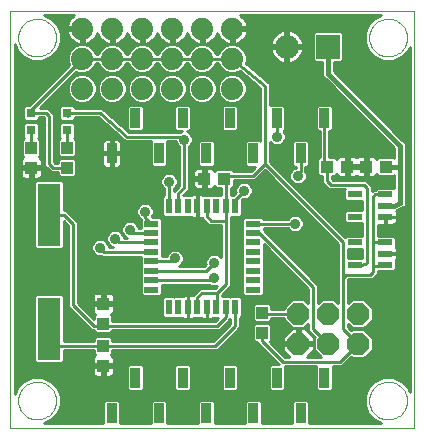
<source format=gtl>
G75*
G70*
%OFA0B0*%
%FSLAX24Y24*%
%IPPOS*%
%LPD*%
%AMOC8*
5,1,8,0,0,1.08239X$1,22.5*
%
%ADD10C,0.0000*%
%ADD11R,0.0220X0.0500*%
%ADD12R,0.0500X0.0220*%
%ADD13R,0.0472X0.0217*%
%ADD14R,0.0315X0.0315*%
%ADD15R,0.0394X0.0433*%
%ADD16R,0.0433X0.0394*%
%ADD17R,0.0800X0.0800*%
%ADD18C,0.0800*%
%ADD19OC8,0.0740*%
%ADD20C,0.0740*%
%ADD21R,0.0335X0.0669*%
%ADD22R,0.0760X0.2100*%
%ADD23C,0.0160*%
%ADD24C,0.0100*%
%ADD25C,0.0356*%
D10*
X000567Y000150D02*
X000567Y014046D01*
X014037Y014046D01*
X014037Y000150D01*
X000567Y000150D01*
X000837Y001050D02*
X000839Y001100D01*
X000845Y001150D01*
X000855Y001199D01*
X000869Y001247D01*
X000886Y001294D01*
X000907Y001339D01*
X000932Y001383D01*
X000960Y001424D01*
X000992Y001463D01*
X001026Y001500D01*
X001063Y001534D01*
X001103Y001564D01*
X001145Y001591D01*
X001189Y001615D01*
X001235Y001636D01*
X001282Y001652D01*
X001330Y001665D01*
X001380Y001674D01*
X001429Y001679D01*
X001480Y001680D01*
X001530Y001677D01*
X001579Y001670D01*
X001628Y001659D01*
X001676Y001644D01*
X001722Y001626D01*
X001767Y001604D01*
X001810Y001578D01*
X001851Y001549D01*
X001890Y001517D01*
X001926Y001482D01*
X001958Y001444D01*
X001988Y001404D01*
X002015Y001361D01*
X002038Y001317D01*
X002057Y001271D01*
X002073Y001223D01*
X002085Y001174D01*
X002093Y001125D01*
X002097Y001075D01*
X002097Y001025D01*
X002093Y000975D01*
X002085Y000926D01*
X002073Y000877D01*
X002057Y000829D01*
X002038Y000783D01*
X002015Y000739D01*
X001988Y000696D01*
X001958Y000656D01*
X001926Y000618D01*
X001890Y000583D01*
X001851Y000551D01*
X001810Y000522D01*
X001767Y000496D01*
X001722Y000474D01*
X001676Y000456D01*
X001628Y000441D01*
X001579Y000430D01*
X001530Y000423D01*
X001480Y000420D01*
X001429Y000421D01*
X001380Y000426D01*
X001330Y000435D01*
X001282Y000448D01*
X001235Y000464D01*
X001189Y000485D01*
X001145Y000509D01*
X001103Y000536D01*
X001063Y000566D01*
X001026Y000600D01*
X000992Y000637D01*
X000960Y000676D01*
X000932Y000717D01*
X000907Y000761D01*
X000886Y000806D01*
X000869Y000853D01*
X000855Y000901D01*
X000845Y000950D01*
X000839Y001000D01*
X000837Y001050D01*
X000837Y013150D02*
X000839Y013200D01*
X000845Y013250D01*
X000855Y013299D01*
X000869Y013347D01*
X000886Y013394D01*
X000907Y013439D01*
X000932Y013483D01*
X000960Y013524D01*
X000992Y013563D01*
X001026Y013600D01*
X001063Y013634D01*
X001103Y013664D01*
X001145Y013691D01*
X001189Y013715D01*
X001235Y013736D01*
X001282Y013752D01*
X001330Y013765D01*
X001380Y013774D01*
X001429Y013779D01*
X001480Y013780D01*
X001530Y013777D01*
X001579Y013770D01*
X001628Y013759D01*
X001676Y013744D01*
X001722Y013726D01*
X001767Y013704D01*
X001810Y013678D01*
X001851Y013649D01*
X001890Y013617D01*
X001926Y013582D01*
X001958Y013544D01*
X001988Y013504D01*
X002015Y013461D01*
X002038Y013417D01*
X002057Y013371D01*
X002073Y013323D01*
X002085Y013274D01*
X002093Y013225D01*
X002097Y013175D01*
X002097Y013125D01*
X002093Y013075D01*
X002085Y013026D01*
X002073Y012977D01*
X002057Y012929D01*
X002038Y012883D01*
X002015Y012839D01*
X001988Y012796D01*
X001958Y012756D01*
X001926Y012718D01*
X001890Y012683D01*
X001851Y012651D01*
X001810Y012622D01*
X001767Y012596D01*
X001722Y012574D01*
X001676Y012556D01*
X001628Y012541D01*
X001579Y012530D01*
X001530Y012523D01*
X001480Y012520D01*
X001429Y012521D01*
X001380Y012526D01*
X001330Y012535D01*
X001282Y012548D01*
X001235Y012564D01*
X001189Y012585D01*
X001145Y012609D01*
X001103Y012636D01*
X001063Y012666D01*
X001026Y012700D01*
X000992Y012737D01*
X000960Y012776D01*
X000932Y012817D01*
X000907Y012861D01*
X000886Y012906D01*
X000869Y012953D01*
X000855Y013001D01*
X000845Y013050D01*
X000839Y013100D01*
X000837Y013150D01*
X012537Y013150D02*
X012539Y013200D01*
X012545Y013250D01*
X012555Y013299D01*
X012569Y013347D01*
X012586Y013394D01*
X012607Y013439D01*
X012632Y013483D01*
X012660Y013524D01*
X012692Y013563D01*
X012726Y013600D01*
X012763Y013634D01*
X012803Y013664D01*
X012845Y013691D01*
X012889Y013715D01*
X012935Y013736D01*
X012982Y013752D01*
X013030Y013765D01*
X013080Y013774D01*
X013129Y013779D01*
X013180Y013780D01*
X013230Y013777D01*
X013279Y013770D01*
X013328Y013759D01*
X013376Y013744D01*
X013422Y013726D01*
X013467Y013704D01*
X013510Y013678D01*
X013551Y013649D01*
X013590Y013617D01*
X013626Y013582D01*
X013658Y013544D01*
X013688Y013504D01*
X013715Y013461D01*
X013738Y013417D01*
X013757Y013371D01*
X013773Y013323D01*
X013785Y013274D01*
X013793Y013225D01*
X013797Y013175D01*
X013797Y013125D01*
X013793Y013075D01*
X013785Y013026D01*
X013773Y012977D01*
X013757Y012929D01*
X013738Y012883D01*
X013715Y012839D01*
X013688Y012796D01*
X013658Y012756D01*
X013626Y012718D01*
X013590Y012683D01*
X013551Y012651D01*
X013510Y012622D01*
X013467Y012596D01*
X013422Y012574D01*
X013376Y012556D01*
X013328Y012541D01*
X013279Y012530D01*
X013230Y012523D01*
X013180Y012520D01*
X013129Y012521D01*
X013080Y012526D01*
X013030Y012535D01*
X012982Y012548D01*
X012935Y012564D01*
X012889Y012585D01*
X012845Y012609D01*
X012803Y012636D01*
X012763Y012666D01*
X012726Y012700D01*
X012692Y012737D01*
X012660Y012776D01*
X012632Y012817D01*
X012607Y012861D01*
X012586Y012906D01*
X012569Y012953D01*
X012555Y013001D01*
X012545Y013050D01*
X012539Y013100D01*
X012537Y013150D01*
X012537Y001050D02*
X012539Y001100D01*
X012545Y001150D01*
X012555Y001199D01*
X012569Y001247D01*
X012586Y001294D01*
X012607Y001339D01*
X012632Y001383D01*
X012660Y001424D01*
X012692Y001463D01*
X012726Y001500D01*
X012763Y001534D01*
X012803Y001564D01*
X012845Y001591D01*
X012889Y001615D01*
X012935Y001636D01*
X012982Y001652D01*
X013030Y001665D01*
X013080Y001674D01*
X013129Y001679D01*
X013180Y001680D01*
X013230Y001677D01*
X013279Y001670D01*
X013328Y001659D01*
X013376Y001644D01*
X013422Y001626D01*
X013467Y001604D01*
X013510Y001578D01*
X013551Y001549D01*
X013590Y001517D01*
X013626Y001482D01*
X013658Y001444D01*
X013688Y001404D01*
X013715Y001361D01*
X013738Y001317D01*
X013757Y001271D01*
X013773Y001223D01*
X013785Y001174D01*
X013793Y001125D01*
X013797Y001075D01*
X013797Y001025D01*
X013793Y000975D01*
X013785Y000926D01*
X013773Y000877D01*
X013757Y000829D01*
X013738Y000783D01*
X013715Y000739D01*
X013688Y000696D01*
X013658Y000656D01*
X013626Y000618D01*
X013590Y000583D01*
X013551Y000551D01*
X013510Y000522D01*
X013467Y000496D01*
X013422Y000474D01*
X013376Y000456D01*
X013328Y000441D01*
X013279Y000430D01*
X013230Y000423D01*
X013180Y000420D01*
X013129Y000421D01*
X013080Y000426D01*
X013030Y000435D01*
X012982Y000448D01*
X012935Y000464D01*
X012889Y000485D01*
X012845Y000509D01*
X012803Y000536D01*
X012763Y000566D01*
X012726Y000600D01*
X012692Y000637D01*
X012660Y000676D01*
X012632Y000717D01*
X012607Y000761D01*
X012586Y000806D01*
X012569Y000853D01*
X012555Y000901D01*
X012545Y000950D01*
X012539Y001000D01*
X012537Y001050D01*
D11*
X008069Y004160D03*
X007754Y004160D03*
X007439Y004160D03*
X007124Y004160D03*
X006809Y004160D03*
X006494Y004160D03*
X006179Y004160D03*
X005864Y004160D03*
X005864Y007540D03*
X006179Y007540D03*
X006494Y007540D03*
X006809Y007540D03*
X007124Y007540D03*
X007439Y007540D03*
X007754Y007540D03*
X008069Y007540D03*
D12*
X008657Y006952D03*
X008657Y006637D03*
X008657Y006322D03*
X008657Y006007D03*
X008657Y005693D03*
X008657Y005378D03*
X008657Y005063D03*
X008657Y004748D03*
X005277Y004748D03*
X005277Y005063D03*
X005277Y005378D03*
X005277Y005693D03*
X005277Y006007D03*
X005277Y006322D03*
X005277Y006637D03*
X005277Y006952D03*
D13*
X012055Y007176D03*
X012055Y007924D03*
X013079Y007924D03*
X013079Y007550D03*
X013079Y007176D03*
X013079Y006324D03*
X013079Y005950D03*
X013079Y005576D03*
X012055Y005576D03*
X012055Y006324D03*
D14*
X002467Y010055D03*
X002467Y010645D03*
X001267Y010645D03*
X001267Y010055D03*
D15*
X001267Y009485D03*
X001267Y008815D03*
X002467Y008815D03*
X002467Y009485D03*
X003667Y004285D03*
X003667Y003615D03*
X003667Y002885D03*
X003667Y002215D03*
X008967Y003315D03*
X008967Y003985D03*
D16*
X007701Y008450D03*
X007032Y008450D03*
X011132Y008850D03*
X011801Y008850D03*
X012432Y008850D03*
X013101Y008850D03*
D17*
X011167Y012850D03*
D18*
X009789Y012850D03*
D19*
X010167Y003950D03*
X011167Y003950D03*
X012167Y003950D03*
X012167Y002950D03*
X011167Y002950D03*
X010167Y002950D03*
D20*
X007967Y011450D03*
X007967Y012450D03*
X007967Y013450D03*
X006967Y013450D03*
X006967Y012450D03*
X006967Y011450D03*
X005967Y011450D03*
X005967Y012450D03*
X005967Y013450D03*
X004967Y013450D03*
X004967Y012450D03*
X004967Y011450D03*
X003967Y011450D03*
X003967Y012450D03*
X003967Y013450D03*
X002967Y013450D03*
X002967Y012450D03*
X002967Y011450D03*
D21*
X004741Y010471D03*
X003954Y009290D03*
X005529Y009290D03*
X006316Y010471D03*
X007104Y009290D03*
X007891Y010471D03*
X008678Y009290D03*
X009466Y010471D03*
X010253Y009290D03*
X011041Y010471D03*
X011041Y001810D03*
X010253Y000629D03*
X009466Y001810D03*
X008678Y000629D03*
X007891Y001810D03*
X007104Y000629D03*
X006316Y001810D03*
X005529Y000629D03*
X004741Y001810D03*
X003954Y000629D03*
D22*
X001867Y003450D03*
X001867Y007250D03*
D23*
X011167Y011950D02*
X011167Y012850D01*
X011167Y011950D02*
X013567Y009550D01*
X013567Y008850D01*
X013101Y008850D01*
X013101Y008815D01*
X013567Y008850D02*
X013567Y007650D01*
X013367Y007550D01*
X013079Y007550D01*
D24*
X013083Y007180D02*
X013465Y007180D01*
X013465Y007304D01*
X013455Y007342D01*
X013444Y007360D01*
X013445Y007360D01*
X013479Y007394D01*
X013612Y007460D01*
X013645Y007460D01*
X013679Y007494D01*
X013722Y007515D01*
X013733Y007547D01*
X013757Y007571D01*
X013757Y007619D01*
X013772Y007665D01*
X013757Y007695D01*
X013757Y009629D01*
X013645Y009740D01*
X011357Y012029D01*
X011357Y012340D01*
X011612Y012340D01*
X011677Y012404D01*
X011677Y013296D01*
X011612Y013360D01*
X010721Y013360D01*
X010657Y013296D01*
X010657Y012404D01*
X010721Y012340D01*
X010977Y012340D01*
X010977Y011871D01*
X011088Y011760D01*
X013377Y009471D01*
X013377Y009144D01*
X013363Y009157D01*
X012839Y009157D01*
X012788Y009106D01*
X012769Y009139D01*
X012741Y009167D01*
X012706Y009187D01*
X012668Y009197D01*
X012480Y009197D01*
X012480Y008898D01*
X012384Y008898D01*
X012384Y008802D01*
X011850Y008802D01*
X011850Y008898D01*
X012168Y008898D01*
X012384Y008898D01*
X012384Y009197D01*
X012196Y009197D01*
X012158Y009187D01*
X012123Y009167D01*
X012117Y009160D01*
X012110Y009167D01*
X012076Y009187D01*
X012038Y009197D01*
X011850Y009197D01*
X011850Y008898D01*
X011753Y008898D01*
X011753Y009197D01*
X011565Y009197D01*
X011527Y009187D01*
X011493Y009167D01*
X011465Y009139D01*
X011445Y009106D01*
X011394Y009157D01*
X011201Y009157D01*
X011201Y010027D01*
X011254Y010027D01*
X011318Y010091D01*
X011318Y010851D01*
X011254Y010916D01*
X010828Y010916D01*
X010763Y010851D01*
X010763Y010091D01*
X010828Y010027D01*
X010881Y010027D01*
X010881Y009157D01*
X010870Y009157D01*
X010805Y009092D01*
X010805Y008608D01*
X010870Y008543D01*
X010972Y008543D01*
X010972Y008318D01*
X011107Y008184D01*
X011200Y008090D01*
X011721Y008090D01*
X011709Y008078D01*
X011709Y007770D01*
X011773Y007706D01*
X012307Y007706D01*
X012307Y007394D01*
X011773Y007394D01*
X011709Y007330D01*
X011709Y007022D01*
X011773Y006958D01*
X012307Y006958D01*
X012307Y006542D01*
X011773Y006542D01*
X011737Y006506D01*
X009227Y009016D01*
X009227Y009683D01*
X009303Y009606D01*
X009227Y009606D01*
X009303Y009606D02*
X009409Y009562D01*
X009524Y009562D01*
X009630Y009606D01*
X009976Y009606D01*
X009976Y009670D02*
X009976Y008910D01*
X010040Y008846D01*
X010093Y008846D01*
X010093Y008823D01*
X010003Y008786D01*
X009922Y008705D01*
X009879Y008599D01*
X009879Y008484D01*
X009922Y008379D01*
X010003Y008298D01*
X010109Y008254D01*
X010224Y008254D01*
X010330Y008298D01*
X010411Y008379D01*
X010455Y008484D01*
X010455Y008599D01*
X010413Y008699D01*
X010413Y008846D01*
X010466Y008846D01*
X010531Y008910D01*
X010531Y009670D01*
X010466Y009735D01*
X010040Y009735D01*
X009976Y009670D01*
X010010Y009705D02*
X009718Y009705D01*
X009711Y009687D02*
X009755Y009793D01*
X009755Y009907D01*
X009711Y010013D01*
X009688Y010036D01*
X009743Y010091D01*
X009743Y010851D01*
X009679Y010916D01*
X009253Y010916D01*
X009227Y010890D01*
X009227Y011493D01*
X009232Y011500D01*
X009227Y011558D01*
X009227Y011616D01*
X009220Y011623D01*
X009219Y011632D01*
X009174Y011669D01*
X009133Y011710D01*
X009124Y011710D01*
X008419Y012287D01*
X008447Y012355D01*
X008447Y012545D01*
X008374Y012722D01*
X008239Y012857D01*
X008062Y012930D01*
X007871Y012930D01*
X007695Y012857D01*
X007560Y012722D01*
X007513Y012610D01*
X007420Y012610D01*
X007374Y012722D01*
X007239Y012857D01*
X007062Y012930D01*
X006871Y012930D01*
X006695Y012857D01*
X006560Y012722D01*
X006513Y012610D01*
X006420Y012610D01*
X006374Y012722D01*
X006239Y012857D01*
X006062Y012930D01*
X005871Y012930D01*
X005695Y012857D01*
X005560Y012722D01*
X005513Y012610D01*
X005420Y012610D01*
X005374Y012722D01*
X005239Y012857D01*
X005062Y012930D01*
X004871Y012930D01*
X004695Y012857D01*
X004560Y012722D01*
X004513Y012610D01*
X004420Y012610D01*
X004374Y012722D01*
X004239Y012857D01*
X004062Y012930D01*
X003871Y012930D01*
X003695Y012857D01*
X003560Y012722D01*
X003513Y012610D01*
X003420Y012610D01*
X003374Y012722D01*
X003239Y012857D01*
X003062Y012930D01*
X002871Y012930D01*
X002695Y012857D01*
X002560Y012722D01*
X002487Y012545D01*
X002487Y012355D01*
X002533Y012243D01*
X001203Y010913D01*
X001064Y010913D01*
X000999Y010848D01*
X000999Y010442D01*
X001064Y010378D01*
X001470Y010378D01*
X001534Y010442D01*
X001534Y010489D01*
X001573Y010490D01*
X001700Y010490D01*
X001707Y010484D01*
X001707Y008884D01*
X001800Y008790D01*
X001800Y008790D01*
X001935Y008655D01*
X002160Y008655D01*
X002160Y008553D01*
X002224Y008489D01*
X002709Y008489D01*
X002774Y008553D01*
X002774Y009077D01*
X002709Y009142D01*
X002224Y009142D01*
X002160Y009077D01*
X002160Y008975D01*
X002068Y008975D01*
X002027Y009016D01*
X002027Y010616D01*
X001833Y010810D01*
X001636Y010810D01*
X001635Y010811D01*
X001570Y010810D01*
X001553Y010810D01*
X002759Y012016D01*
X002871Y011970D01*
X002713Y011970D01*
X002730Y011872D02*
X002614Y011872D01*
X002695Y011857D02*
X002560Y011722D01*
X002487Y011545D01*
X002487Y011355D01*
X002560Y011178D01*
X002695Y011043D01*
X002871Y010970D01*
X003062Y010970D01*
X003239Y011043D01*
X003374Y011178D01*
X003447Y011355D01*
X003447Y011545D01*
X003374Y011722D01*
X003239Y011857D01*
X003062Y011930D01*
X002871Y011930D01*
X002695Y011857D01*
X002611Y011773D02*
X002516Y011773D01*
X002540Y011675D02*
X002417Y011675D01*
X002499Y011576D02*
X002319Y011576D01*
X002220Y011478D02*
X002487Y011478D01*
X002487Y011379D02*
X002122Y011379D01*
X002023Y011281D02*
X002517Y011281D01*
X002558Y011182D02*
X001925Y011182D01*
X001826Y011084D02*
X002654Y011084D01*
X002670Y010913D02*
X002264Y010913D01*
X002199Y010848D01*
X002199Y010442D01*
X002264Y010378D01*
X002670Y010378D01*
X002734Y010442D01*
X002734Y010490D01*
X003506Y010490D01*
X004357Y009734D01*
X004400Y009690D01*
X004406Y009690D01*
X004410Y009686D01*
X004471Y009690D01*
X005271Y009690D01*
X005252Y009670D01*
X005252Y008910D01*
X005316Y008846D01*
X005742Y008846D01*
X005806Y008910D01*
X005806Y009670D01*
X005787Y009690D01*
X006080Y009690D01*
X006122Y009587D01*
X006203Y009506D01*
X006207Y009504D01*
X006207Y008216D01*
X006027Y008036D01*
X006027Y008104D01*
X006030Y008106D01*
X006111Y008187D01*
X006155Y008293D01*
X006155Y008407D01*
X006111Y008513D01*
X006030Y008594D01*
X005924Y008638D01*
X005809Y008638D01*
X005703Y008594D01*
X005622Y008513D01*
X005579Y008407D01*
X005579Y008293D01*
X005622Y008187D01*
X005703Y008106D01*
X005707Y008104D01*
X005707Y007898D01*
X005644Y007836D01*
X005644Y007244D01*
X005709Y007180D01*
X006020Y007180D01*
X006022Y007182D01*
X006024Y007180D01*
X006335Y007180D01*
X006337Y007182D01*
X006339Y007180D01*
X006597Y007180D01*
X006607Y007170D01*
X006641Y007150D01*
X006679Y007140D01*
X006804Y007140D01*
X006804Y007535D01*
X006814Y007535D01*
X006814Y007140D01*
X006939Y007140D01*
X006964Y007147D01*
X006964Y007126D01*
X007107Y006984D01*
X007200Y006890D01*
X007594Y006890D01*
X007594Y005830D01*
X007530Y005894D01*
X007424Y005938D01*
X007309Y005938D01*
X007203Y005894D01*
X007122Y005813D01*
X007079Y005707D01*
X007079Y005593D01*
X007080Y005589D01*
X007028Y005538D01*
X006204Y005538D01*
X006230Y005548D01*
X006311Y005629D01*
X006355Y005735D01*
X006355Y005850D01*
X006311Y005956D01*
X006230Y006037D01*
X006124Y006081D01*
X006009Y006081D01*
X005903Y006037D01*
X005822Y005956D01*
X005780Y005853D01*
X005637Y005853D01*
X005637Y006163D01*
X005635Y006165D01*
X005637Y006167D01*
X005637Y006478D01*
X005635Y006480D01*
X005637Y006482D01*
X005637Y006793D01*
X005635Y006795D01*
X005637Y006797D01*
X005637Y007108D01*
X005572Y007172D01*
X005296Y007172D01*
X005311Y007187D01*
X005355Y007293D01*
X005355Y007407D01*
X005311Y007513D01*
X005230Y007594D01*
X005124Y007638D01*
X005009Y007638D01*
X004903Y007594D01*
X004822Y007513D01*
X004779Y007407D01*
X004779Y007293D01*
X004822Y007187D01*
X004903Y007106D01*
X004917Y007100D01*
X004917Y006797D01*
X004855Y006797D01*
X004855Y006807D01*
X004811Y006913D01*
X004730Y006994D01*
X004624Y007038D01*
X004509Y007038D01*
X004403Y006994D01*
X004322Y006913D01*
X004279Y006807D01*
X004279Y006693D01*
X004322Y006587D01*
X004403Y006506D01*
X004460Y006482D01*
X004355Y006482D01*
X004355Y006507D01*
X004311Y006613D01*
X004230Y006694D01*
X004124Y006738D01*
X004009Y006738D01*
X003903Y006694D01*
X003822Y006613D01*
X003779Y006507D01*
X003779Y006393D01*
X003822Y006287D01*
X003903Y006206D01*
X003996Y006167D01*
X003855Y006167D01*
X003855Y006207D01*
X003811Y006313D01*
X003730Y006394D01*
X003624Y006438D01*
X003509Y006438D01*
X003403Y006394D01*
X003322Y006313D01*
X003279Y006207D01*
X003279Y006093D01*
X003322Y005987D01*
X003403Y005906D01*
X003509Y005862D01*
X003624Y005862D01*
X003627Y005863D01*
X003643Y005847D01*
X004917Y005847D01*
X004917Y005537D01*
X004919Y005535D01*
X004917Y005533D01*
X004917Y005222D01*
X004919Y005220D01*
X004917Y005218D01*
X004917Y004907D01*
X004919Y004905D01*
X004917Y004903D01*
X004917Y004592D01*
X004981Y004528D01*
X005572Y004528D01*
X005637Y004592D01*
X005637Y004903D01*
X007211Y004903D01*
X007309Y004862D01*
X007424Y004862D01*
X007472Y004882D01*
X007400Y004810D01*
X006900Y004810D01*
X006807Y004716D01*
X006649Y004559D01*
X006649Y004553D01*
X006624Y004560D01*
X006499Y004560D01*
X006499Y004165D01*
X006489Y004165D01*
X006489Y004560D01*
X006364Y004560D01*
X006326Y004550D01*
X006292Y004530D01*
X006282Y004520D01*
X006024Y004520D01*
X006022Y004518D01*
X006020Y004520D01*
X005709Y004520D01*
X005644Y004456D01*
X005644Y003864D01*
X005709Y003800D01*
X006020Y003800D01*
X006022Y003802D01*
X006024Y003800D01*
X006282Y003800D01*
X006292Y003790D01*
X006326Y003770D01*
X006364Y003760D01*
X006489Y003760D01*
X006489Y004155D01*
X006499Y004155D01*
X006499Y003760D01*
X006624Y003760D01*
X006662Y003770D01*
X006696Y003790D01*
X006706Y003800D01*
X006912Y003800D01*
X006922Y003790D01*
X006956Y003770D01*
X006994Y003760D01*
X007119Y003760D01*
X007119Y004155D01*
X007129Y004155D01*
X007129Y003760D01*
X007254Y003760D01*
X007292Y003770D01*
X007326Y003790D01*
X007336Y003800D01*
X007490Y003800D01*
X007400Y003710D01*
X003974Y003710D01*
X003974Y003877D01*
X003922Y003929D01*
X003956Y003948D01*
X003984Y003976D01*
X004003Y004010D01*
X004014Y004048D01*
X004014Y004236D01*
X003715Y004236D01*
X003715Y004333D01*
X003618Y004333D01*
X003618Y004236D01*
X003320Y004236D01*
X003320Y004048D01*
X003330Y004010D01*
X003350Y003976D01*
X003378Y003948D01*
X003411Y003929D01*
X003360Y003877D01*
X003360Y003783D01*
X002827Y004316D01*
X002827Y007016D01*
X002733Y007110D01*
X002527Y007316D01*
X002433Y007410D01*
X002357Y007410D01*
X002357Y008346D01*
X002292Y008410D01*
X001441Y008410D01*
X001377Y008346D01*
X001377Y006154D01*
X001441Y006090D01*
X002292Y006090D01*
X002357Y006154D01*
X002357Y007034D01*
X002507Y006884D01*
X002507Y004184D01*
X003207Y003484D01*
X003300Y003390D01*
X003360Y003390D01*
X003360Y003353D01*
X003424Y003289D01*
X003909Y003289D01*
X003974Y003353D01*
X003974Y003390D01*
X007533Y003390D01*
X007627Y003484D01*
X007909Y003766D01*
X007909Y003619D01*
X007335Y003045D01*
X003974Y003045D01*
X003974Y003147D01*
X003909Y003211D01*
X003424Y003211D01*
X003360Y003147D01*
X003360Y003045D01*
X002357Y003045D01*
X002357Y004546D01*
X002292Y004610D01*
X001441Y004610D01*
X001377Y004546D01*
X001377Y002354D01*
X001441Y002290D01*
X002292Y002290D01*
X002357Y002354D01*
X002357Y002725D01*
X003360Y002725D01*
X003360Y002623D01*
X003411Y002571D01*
X003378Y002552D01*
X003350Y002524D01*
X003330Y002490D01*
X003320Y002452D01*
X003320Y002264D01*
X003618Y002264D01*
X003618Y002167D01*
X003320Y002167D01*
X003320Y001979D01*
X003330Y001941D01*
X003350Y001907D01*
X003378Y001879D01*
X003412Y001859D01*
X003450Y001849D01*
X003618Y001849D01*
X003618Y002167D01*
X003715Y002167D01*
X003715Y001849D01*
X003883Y001849D01*
X003921Y001859D01*
X003956Y001879D01*
X003984Y001907D01*
X004003Y001941D01*
X004014Y001979D01*
X004014Y002167D01*
X003715Y002167D01*
X003715Y002264D01*
X004014Y002264D01*
X004014Y002452D01*
X004003Y002490D01*
X003984Y002524D01*
X003956Y002552D01*
X003922Y002571D01*
X003974Y002623D01*
X003974Y002725D01*
X007468Y002725D01*
X007561Y002818D01*
X008229Y003486D01*
X008229Y003804D01*
X008289Y003864D01*
X008289Y004456D01*
X008225Y004520D01*
X007913Y004520D01*
X007912Y004518D01*
X007910Y004520D01*
X007627Y004520D01*
X007627Y004584D01*
X007820Y004777D01*
X007914Y004871D01*
X007914Y007180D01*
X008225Y007180D01*
X008289Y007244D01*
X008289Y007746D01*
X008306Y007763D01*
X008309Y007762D01*
X008424Y007762D01*
X008530Y007806D01*
X008611Y007887D01*
X008655Y007993D01*
X008655Y008107D01*
X008611Y008213D01*
X008530Y008294D01*
X008424Y008338D01*
X008309Y008338D01*
X008203Y008294D01*
X008122Y008213D01*
X008079Y008107D01*
X008079Y007993D01*
X008080Y007989D01*
X008000Y007909D01*
X007999Y007909D01*
X007990Y007900D01*
X007914Y007900D01*
X007914Y008143D01*
X007963Y008143D01*
X008028Y008208D01*
X008028Y008390D01*
X008733Y008390D01*
X009067Y008724D01*
X011507Y006284D01*
X011507Y004289D01*
X011365Y004430D01*
X010968Y004430D01*
X010827Y004289D01*
X010827Y004916D01*
X009017Y006726D01*
X009017Y006792D01*
X009820Y006792D01*
X009822Y006787D01*
X009903Y006706D01*
X010009Y006662D01*
X010124Y006662D01*
X010230Y006706D01*
X010311Y006787D01*
X010355Y006893D01*
X010355Y007007D01*
X010311Y007113D01*
X010230Y007194D01*
X010124Y007238D01*
X010009Y007238D01*
X009903Y007194D01*
X009822Y007113D01*
X009822Y007112D01*
X009012Y007112D01*
X008952Y007172D01*
X008361Y007172D01*
X008297Y007108D01*
X008297Y006797D01*
X008299Y006795D01*
X008297Y006793D01*
X008297Y006482D01*
X008299Y006480D01*
X008297Y006478D01*
X008297Y006167D01*
X008299Y006165D01*
X008297Y006163D01*
X008297Y005852D01*
X008299Y005850D01*
X008297Y005848D01*
X008297Y005537D01*
X008299Y005535D01*
X008297Y005533D01*
X008297Y005222D01*
X008299Y005220D01*
X008297Y005218D01*
X008297Y004907D01*
X008299Y004905D01*
X008297Y004903D01*
X008297Y004592D01*
X008361Y004528D01*
X008952Y004528D01*
X009017Y004592D01*
X009017Y004903D01*
X009015Y004905D01*
X009017Y004907D01*
X009017Y005218D01*
X009015Y005220D01*
X009017Y005222D01*
X009017Y005533D01*
X009015Y005535D01*
X009017Y005537D01*
X009017Y005848D01*
X009015Y005850D01*
X009017Y005852D01*
X009017Y006163D01*
X009015Y006165D01*
X009017Y006167D01*
X009017Y006274D01*
X010507Y004784D01*
X010507Y004289D01*
X010365Y004430D01*
X009968Y004430D01*
X009687Y004149D01*
X009687Y004110D01*
X009274Y004110D01*
X009274Y004247D01*
X009209Y004311D01*
X008724Y004311D01*
X008660Y004247D01*
X008660Y003723D01*
X008724Y003658D01*
X009209Y003658D01*
X009274Y003723D01*
X009274Y003790D01*
X009687Y003790D01*
X009687Y003751D01*
X009968Y003470D01*
X010365Y003470D01*
X010507Y003611D01*
X010507Y003384D01*
X010714Y003176D01*
X010687Y003149D01*
X010687Y002751D01*
X010928Y002510D01*
X010462Y002510D01*
X010687Y002735D01*
X010687Y002900D01*
X010217Y002900D01*
X010217Y003000D01*
X010687Y003000D01*
X010687Y003165D01*
X010382Y003470D01*
X010217Y003470D01*
X010217Y003000D01*
X010117Y003000D01*
X010117Y003470D01*
X009951Y003470D01*
X009647Y003165D01*
X009647Y003000D01*
X010117Y003000D01*
X010117Y002900D01*
X009647Y002900D01*
X009647Y002735D01*
X009871Y002510D01*
X009733Y002510D01*
X009232Y003011D01*
X009274Y003053D01*
X009274Y003577D01*
X009209Y003642D01*
X008724Y003642D01*
X008660Y003577D01*
X008660Y003053D01*
X008724Y002989D01*
X008807Y002989D01*
X008807Y002984D01*
X009507Y002284D01*
X009536Y002254D01*
X009253Y002254D01*
X009189Y002190D01*
X009189Y001430D01*
X009253Y001365D01*
X009679Y001365D01*
X009743Y001430D01*
X009743Y002190D01*
X010763Y002190D01*
X010763Y001430D01*
X010828Y001365D01*
X011254Y001365D01*
X011318Y001430D01*
X011318Y002190D01*
X011633Y002190D01*
X011940Y002497D01*
X011968Y002470D01*
X012365Y002470D01*
X012647Y002751D01*
X012647Y003149D01*
X012365Y003430D01*
X011968Y003430D01*
X011940Y003403D01*
X011827Y003516D01*
X011827Y003611D01*
X011968Y003470D01*
X012365Y003470D01*
X012647Y003751D01*
X012647Y004149D01*
X012365Y004430D01*
X011968Y004430D01*
X011827Y004289D01*
X011827Y005084D01*
X011833Y005090D01*
X012633Y005090D01*
X012727Y005184D01*
X012827Y005284D01*
X012827Y005358D01*
X013360Y005358D01*
X013425Y005422D01*
X013425Y005730D01*
X013420Y005735D01*
X013435Y005750D01*
X013455Y005784D01*
X013465Y005822D01*
X013465Y005946D01*
X013083Y005946D01*
X013083Y005954D01*
X013465Y005954D01*
X013465Y006078D01*
X013455Y006116D01*
X013435Y006150D01*
X013420Y006165D01*
X013425Y006170D01*
X013425Y006478D01*
X013360Y006542D01*
X012827Y006542D01*
X012827Y006918D01*
X013074Y006918D01*
X013074Y007172D01*
X013083Y007172D01*
X013083Y007180D01*
X013083Y007172D02*
X013465Y007172D01*
X013465Y007048D01*
X013455Y007010D01*
X013435Y006976D01*
X013407Y006948D01*
X013373Y006928D01*
X013334Y006918D01*
X013083Y006918D01*
X013083Y007172D01*
X013083Y007144D02*
X013074Y007144D01*
X013074Y007045D02*
X013083Y007045D01*
X013074Y006947D02*
X013083Y006947D01*
X012827Y006848D02*
X013887Y006848D01*
X013887Y006750D02*
X012827Y006750D01*
X012827Y006651D02*
X013887Y006651D01*
X013887Y006553D02*
X012827Y006553D01*
X012667Y006350D02*
X013053Y006350D01*
X013079Y006324D01*
X012667Y006350D02*
X012667Y005550D01*
X013053Y005550D01*
X013079Y005576D01*
X012815Y005272D02*
X013887Y005272D01*
X013887Y005174D02*
X012716Y005174D01*
X012727Y005184D02*
X012727Y005184D01*
X012567Y005250D02*
X012667Y005350D01*
X012667Y005550D01*
X012467Y005650D02*
X012293Y005576D01*
X012055Y005576D01*
X011827Y005794D02*
X011827Y006106D01*
X012307Y006106D01*
X012307Y005794D01*
X011827Y005794D01*
X011827Y005863D02*
X012307Y005863D01*
X012307Y005962D02*
X011827Y005962D01*
X011827Y006060D02*
X012307Y006060D01*
X012467Y005650D02*
X012467Y008150D01*
X012367Y008250D01*
X011267Y008250D01*
X011132Y008385D01*
X011132Y008850D01*
X011041Y009041D01*
X011041Y010471D01*
X011318Y010493D02*
X012355Y010493D01*
X012257Y010591D02*
X011318Y010591D01*
X011318Y010690D02*
X012158Y010690D01*
X012060Y010788D02*
X011318Y010788D01*
X011283Y010887D02*
X011961Y010887D01*
X011863Y010985D02*
X009227Y010985D01*
X009227Y011084D02*
X011764Y011084D01*
X011666Y011182D02*
X009227Y011182D01*
X009227Y011281D02*
X011567Y011281D01*
X011469Y011379D02*
X009227Y011379D01*
X009227Y011478D02*
X011370Y011478D01*
X011272Y011576D02*
X009227Y011576D01*
X009168Y011675D02*
X011173Y011675D01*
X011075Y011773D02*
X009047Y011773D01*
X008926Y011872D02*
X010977Y011872D01*
X010977Y011970D02*
X008806Y011970D01*
X008686Y012069D02*
X010977Y012069D01*
X010977Y012167D02*
X008565Y012167D01*
X008445Y012266D02*
X010977Y012266D01*
X010697Y012364D02*
X010046Y012364D01*
X010077Y012380D02*
X010147Y012430D01*
X010208Y012492D01*
X010259Y012562D01*
X010298Y012639D01*
X010325Y012721D01*
X010338Y012800D01*
X009839Y012800D01*
X009839Y012900D01*
X010338Y012900D01*
X010325Y012979D01*
X010298Y013061D01*
X010259Y013138D01*
X010208Y013208D01*
X010147Y013270D01*
X010077Y013320D01*
X010000Y013360D01*
X009918Y013386D01*
X009839Y013399D01*
X009839Y012900D01*
X009739Y012900D01*
X009739Y013399D01*
X009660Y013386D01*
X009578Y013360D01*
X009500Y013320D01*
X009430Y013270D01*
X009369Y013208D01*
X009318Y013138D01*
X009279Y013061D01*
X009252Y012979D01*
X009240Y012900D01*
X009739Y012900D01*
X009739Y012800D01*
X009839Y012800D01*
X009839Y012301D01*
X009918Y012314D01*
X010000Y012340D01*
X010077Y012380D01*
X010179Y012463D02*
X010657Y012463D01*
X010657Y012561D02*
X010259Y012561D01*
X010305Y012660D02*
X010657Y012660D01*
X010657Y012758D02*
X010331Y012758D01*
X010329Y012955D02*
X010657Y012955D01*
X010657Y012857D02*
X009839Y012857D01*
X009839Y012955D02*
X009739Y012955D01*
X009739Y012857D02*
X008239Y012857D01*
X008166Y012968D02*
X008239Y013005D01*
X008305Y013053D01*
X008363Y013111D01*
X008411Y013177D01*
X008449Y013250D01*
X008474Y013328D01*
X008485Y013400D01*
X008017Y013400D01*
X008017Y013500D01*
X008485Y013500D01*
X008474Y013572D01*
X008449Y013650D01*
X008411Y013723D01*
X008363Y013789D01*
X008305Y013847D01*
X008239Y013895D01*
X008237Y013896D01*
X012930Y013896D01*
X012725Y013811D01*
X012505Y013592D01*
X012387Y013305D01*
X012387Y012995D01*
X012505Y012708D01*
X012725Y012489D01*
X013012Y012370D01*
X013322Y012370D01*
X013608Y012489D01*
X013828Y012708D01*
X013887Y012850D01*
X013887Y001350D01*
X013828Y001492D01*
X013608Y001711D01*
X013322Y001830D01*
X013012Y001830D01*
X012725Y001711D01*
X012505Y001492D01*
X012387Y001205D01*
X012387Y000895D01*
X012505Y000608D01*
X012725Y000389D01*
X012939Y000300D01*
X010531Y000300D01*
X010531Y001009D01*
X010466Y001073D01*
X010040Y001073D01*
X009976Y001009D01*
X009976Y000300D01*
X008956Y000300D01*
X008956Y001009D01*
X008891Y001073D01*
X008466Y001073D01*
X008401Y001009D01*
X008401Y000300D01*
X007381Y000300D01*
X007381Y001009D01*
X007317Y001073D01*
X006891Y001073D01*
X006826Y001009D01*
X006826Y000300D01*
X005806Y000300D01*
X005806Y001009D01*
X005742Y001073D01*
X005316Y001073D01*
X005252Y001009D01*
X005252Y000300D01*
X004231Y000300D01*
X004231Y001009D01*
X004167Y001073D01*
X003741Y001073D01*
X003677Y001009D01*
X003677Y000300D01*
X001694Y000300D01*
X001908Y000389D01*
X002128Y000608D01*
X002247Y000895D01*
X002247Y001205D01*
X002128Y001492D01*
X001908Y001711D01*
X001622Y001830D01*
X001312Y001830D01*
X001025Y001711D01*
X000805Y001492D01*
X000717Y001277D01*
X000717Y012923D01*
X000805Y012708D01*
X001025Y012489D01*
X001312Y012370D01*
X001622Y012370D01*
X001908Y012489D01*
X002128Y012708D01*
X002247Y012995D01*
X002247Y013305D01*
X002128Y013592D01*
X001908Y013811D01*
X001704Y013896D01*
X002697Y013896D01*
X002694Y013895D01*
X002628Y013847D01*
X002570Y013789D01*
X002522Y013723D01*
X002485Y013650D01*
X002459Y013572D01*
X002448Y013500D01*
X002917Y013500D01*
X002917Y013400D01*
X003017Y013400D01*
X003017Y012931D01*
X003088Y012943D01*
X003166Y012968D01*
X003239Y013005D01*
X003305Y013053D01*
X003363Y013111D01*
X003411Y013177D01*
X003449Y013250D01*
X003467Y013306D01*
X003485Y013250D01*
X003522Y013177D01*
X003570Y013111D01*
X003628Y013053D01*
X003694Y013005D01*
X003767Y012968D01*
X003845Y012943D01*
X003917Y012931D01*
X003917Y013400D01*
X004017Y013400D01*
X004017Y012931D01*
X004088Y012943D01*
X004166Y012968D01*
X004239Y013005D01*
X004305Y013053D01*
X004363Y013111D01*
X004411Y013177D01*
X004449Y013250D01*
X004467Y013306D01*
X004485Y013250D01*
X004522Y013177D01*
X004570Y013111D01*
X004628Y013053D01*
X004694Y013005D01*
X004767Y012968D01*
X004845Y012943D01*
X004917Y012931D01*
X004917Y013400D01*
X005017Y013400D01*
X005017Y012931D01*
X005088Y012943D01*
X005166Y012968D01*
X005239Y013005D01*
X005305Y013053D01*
X005363Y013111D01*
X005411Y013177D01*
X005449Y013250D01*
X005467Y013306D01*
X005485Y013250D01*
X005522Y013177D01*
X005570Y013111D01*
X005628Y013053D01*
X005694Y013005D01*
X005767Y012968D01*
X005845Y012943D01*
X005917Y012931D01*
X005917Y013400D01*
X006017Y013400D01*
X006017Y012931D01*
X006088Y012943D01*
X006166Y012968D01*
X006239Y013005D01*
X006305Y013053D01*
X006363Y013111D01*
X006411Y013177D01*
X006449Y013250D01*
X006467Y013306D01*
X006485Y013250D01*
X006522Y013177D01*
X006570Y013111D01*
X006628Y013053D01*
X006694Y013005D01*
X006767Y012968D01*
X006845Y012943D01*
X006917Y012931D01*
X006917Y013400D01*
X007017Y013400D01*
X007017Y012931D01*
X007088Y012943D01*
X007166Y012968D01*
X007239Y013005D01*
X007305Y013053D01*
X007363Y013111D01*
X007411Y013177D01*
X007449Y013250D01*
X007467Y013306D01*
X007485Y013250D01*
X007522Y013177D01*
X007570Y013111D01*
X007628Y013053D01*
X007694Y013005D01*
X007767Y012968D01*
X007845Y012943D01*
X007917Y012931D01*
X007917Y013400D01*
X008017Y013400D01*
X008017Y012931D01*
X008088Y012943D01*
X008166Y012968D01*
X008126Y012955D02*
X009248Y012955D01*
X009277Y013054D02*
X008306Y013054D01*
X008393Y013152D02*
X009328Y013152D01*
X009411Y013251D02*
X008449Y013251D01*
X008477Y013349D02*
X009557Y013349D01*
X009739Y013349D02*
X009839Y013349D01*
X009839Y013251D02*
X009739Y013251D01*
X009739Y013152D02*
X009839Y013152D01*
X009839Y013054D02*
X009739Y013054D01*
X009739Y012800D02*
X009240Y012800D01*
X009252Y012721D01*
X009279Y012639D01*
X009318Y012562D01*
X009369Y012492D01*
X009430Y012430D01*
X009500Y012380D01*
X009578Y012340D01*
X009660Y012314D01*
X009739Y012301D01*
X009739Y012800D01*
X009739Y012758D02*
X009839Y012758D01*
X009839Y012660D02*
X009739Y012660D01*
X009739Y012561D02*
X009839Y012561D01*
X009839Y012463D02*
X009739Y012463D01*
X009739Y012364D02*
X009839Y012364D01*
X009531Y012364D02*
X008447Y012364D01*
X008447Y012463D02*
X009398Y012463D01*
X009319Y012561D02*
X008440Y012561D01*
X008399Y012660D02*
X009272Y012660D01*
X009246Y012758D02*
X008337Y012758D01*
X008017Y012955D02*
X007917Y012955D01*
X007917Y013054D02*
X008017Y013054D01*
X008017Y013152D02*
X007917Y013152D01*
X007917Y013251D02*
X008017Y013251D01*
X008017Y013349D02*
X007917Y013349D01*
X008017Y013448D02*
X012446Y013448D01*
X012487Y013546D02*
X008478Y013546D01*
X008450Y013645D02*
X012558Y013645D01*
X012657Y013743D02*
X008397Y013743D01*
X008311Y013842D02*
X012798Y013842D01*
X012405Y013349D02*
X011623Y013349D01*
X011677Y013251D02*
X012387Y013251D01*
X012387Y013152D02*
X011677Y013152D01*
X011677Y013054D02*
X012387Y013054D01*
X012403Y012955D02*
X011677Y012955D01*
X011677Y012857D02*
X012444Y012857D01*
X012485Y012758D02*
X011677Y012758D01*
X011677Y012660D02*
X012554Y012660D01*
X012653Y012561D02*
X011677Y012561D01*
X011677Y012463D02*
X012788Y012463D01*
X013545Y012463D02*
X013887Y012463D01*
X013887Y012561D02*
X013681Y012561D01*
X013779Y012660D02*
X013887Y012660D01*
X013887Y012758D02*
X013848Y012758D01*
X013887Y012364D02*
X011636Y012364D01*
X011357Y012266D02*
X013887Y012266D01*
X013887Y012167D02*
X011357Y012167D01*
X011357Y012069D02*
X013887Y012069D01*
X013887Y011970D02*
X011415Y011970D01*
X011514Y011872D02*
X013887Y011872D01*
X013887Y011773D02*
X011612Y011773D01*
X011711Y011675D02*
X013887Y011675D01*
X013887Y011576D02*
X011809Y011576D01*
X011908Y011478D02*
X013887Y011478D01*
X013887Y011379D02*
X012006Y011379D01*
X012105Y011281D02*
X013887Y011281D01*
X013887Y011182D02*
X012203Y011182D01*
X012302Y011084D02*
X013887Y011084D01*
X013887Y010985D02*
X012400Y010985D01*
X012499Y010887D02*
X013887Y010887D01*
X013887Y010788D02*
X012597Y010788D01*
X012696Y010690D02*
X013887Y010690D01*
X013887Y010591D02*
X012794Y010591D01*
X012893Y010493D02*
X013887Y010493D01*
X013887Y010394D02*
X012991Y010394D01*
X013090Y010296D02*
X013887Y010296D01*
X013887Y010197D02*
X013188Y010197D01*
X013287Y010099D02*
X013887Y010099D01*
X013887Y010000D02*
X013385Y010000D01*
X013484Y009902D02*
X013887Y009902D01*
X013887Y009803D02*
X013582Y009803D01*
X013681Y009705D02*
X013887Y009705D01*
X013887Y009606D02*
X013757Y009606D01*
X013757Y009508D02*
X013887Y009508D01*
X013887Y009409D02*
X013757Y009409D01*
X013757Y009311D02*
X013887Y009311D01*
X013887Y009212D02*
X013757Y009212D01*
X013757Y009114D02*
X013887Y009114D01*
X013887Y009015D02*
X013757Y009015D01*
X013757Y008917D02*
X013887Y008917D01*
X013887Y008818D02*
X013757Y008818D01*
X013757Y008720D02*
X013887Y008720D01*
X013887Y008621D02*
X013757Y008621D01*
X013757Y008523D02*
X013887Y008523D01*
X013887Y008424D02*
X013757Y008424D01*
X013757Y008326D02*
X013887Y008326D01*
X013887Y008227D02*
X013757Y008227D01*
X013757Y008129D02*
X013887Y008129D01*
X013887Y008030D02*
X013757Y008030D01*
X013757Y007932D02*
X013887Y007932D01*
X013887Y007833D02*
X013757Y007833D01*
X013757Y007735D02*
X013887Y007735D01*
X013887Y007636D02*
X013762Y007636D01*
X013729Y007538D02*
X013887Y007538D01*
X013887Y007439D02*
X013570Y007439D01*
X013455Y007341D02*
X013887Y007341D01*
X013887Y007242D02*
X013465Y007242D01*
X013465Y007144D02*
X013887Y007144D01*
X013887Y007045D02*
X013464Y007045D01*
X013405Y006947D02*
X013887Y006947D01*
X013887Y006454D02*
X013425Y006454D01*
X013425Y006356D02*
X013887Y006356D01*
X013887Y006257D02*
X013425Y006257D01*
X013427Y006159D02*
X013887Y006159D01*
X013887Y006060D02*
X013465Y006060D01*
X013465Y005962D02*
X013887Y005962D01*
X013887Y005863D02*
X013465Y005863D01*
X013443Y005765D02*
X013887Y005765D01*
X013887Y005666D02*
X013425Y005666D01*
X013425Y005568D02*
X013887Y005568D01*
X013887Y005469D02*
X013425Y005469D01*
X013373Y005371D02*
X013887Y005371D01*
X013887Y005075D02*
X011827Y005075D01*
X011827Y004977D02*
X013887Y004977D01*
X013887Y004878D02*
X011827Y004878D01*
X011827Y004780D02*
X013887Y004780D01*
X013887Y004681D02*
X011827Y004681D01*
X011827Y004583D02*
X013887Y004583D01*
X013887Y004484D02*
X011827Y004484D01*
X011827Y004386D02*
X011923Y004386D01*
X011507Y004386D02*
X011410Y004386D01*
X011507Y004484D02*
X010827Y004484D01*
X010827Y004386D02*
X010923Y004386D01*
X010827Y004583D02*
X011507Y004583D01*
X011507Y004681D02*
X010827Y004681D01*
X010827Y004780D02*
X011507Y004780D01*
X011507Y004878D02*
X010827Y004878D01*
X010766Y004977D02*
X011507Y004977D01*
X011507Y005075D02*
X010668Y005075D01*
X010569Y005174D02*
X011507Y005174D01*
X011507Y005272D02*
X010471Y005272D01*
X010372Y005371D02*
X011507Y005371D01*
X011507Y005469D02*
X010274Y005469D01*
X010175Y005568D02*
X011507Y005568D01*
X011507Y005666D02*
X010077Y005666D01*
X009978Y005765D02*
X011507Y005765D01*
X011507Y005863D02*
X009880Y005863D01*
X009781Y005962D02*
X011507Y005962D01*
X011507Y006060D02*
X009683Y006060D01*
X009584Y006159D02*
X011507Y006159D01*
X011507Y006257D02*
X009486Y006257D01*
X009387Y006356D02*
X011435Y006356D01*
X011336Y006454D02*
X009289Y006454D01*
X009190Y006553D02*
X011238Y006553D01*
X011139Y006651D02*
X009092Y006651D01*
X009017Y006750D02*
X009860Y006750D01*
X009964Y006952D02*
X010067Y006950D01*
X009964Y006952D02*
X008657Y006952D01*
X008657Y006637D02*
X008879Y006637D01*
X010667Y004850D01*
X010667Y003450D01*
X011167Y002950D01*
X010825Y002613D02*
X010565Y002613D01*
X010663Y002711D02*
X010727Y002711D01*
X010687Y002810D02*
X010687Y002810D01*
X010687Y002908D02*
X010217Y002908D01*
X010217Y003007D02*
X010117Y003007D01*
X010117Y003105D02*
X010217Y003105D01*
X010217Y003204D02*
X010117Y003204D01*
X010117Y003302D02*
X010217Y003302D01*
X010217Y003401D02*
X010117Y003401D01*
X009939Y003499D02*
X009274Y003499D01*
X009274Y003401D02*
X009882Y003401D01*
X009783Y003302D02*
X009274Y003302D01*
X009274Y003204D02*
X009685Y003204D01*
X009647Y003105D02*
X009274Y003105D01*
X009236Y003007D02*
X009647Y003007D01*
X009647Y002810D02*
X009433Y002810D01*
X009335Y002908D02*
X010117Y002908D01*
X009769Y002613D02*
X009630Y002613D01*
X009670Y002711D02*
X009532Y002711D01*
X009729Y002514D02*
X009867Y002514D01*
X009667Y002350D02*
X011567Y002350D01*
X012167Y002950D01*
X011667Y003450D01*
X011667Y005150D01*
X011767Y005250D01*
X012567Y005250D01*
X012410Y004386D02*
X013887Y004386D01*
X013887Y004287D02*
X012508Y004287D01*
X012607Y004189D02*
X013887Y004189D01*
X013887Y004090D02*
X012647Y004090D01*
X012647Y003992D02*
X013887Y003992D01*
X013887Y003893D02*
X012647Y003893D01*
X012647Y003795D02*
X013887Y003795D01*
X013887Y003696D02*
X012591Y003696D01*
X012493Y003598D02*
X013887Y003598D01*
X013887Y003499D02*
X012394Y003499D01*
X012395Y003401D02*
X013887Y003401D01*
X013887Y003302D02*
X012493Y003302D01*
X012592Y003204D02*
X013887Y003204D01*
X013887Y003105D02*
X012647Y003105D01*
X012647Y003007D02*
X013887Y003007D01*
X013887Y002908D02*
X012647Y002908D01*
X012647Y002810D02*
X013887Y002810D01*
X013887Y002711D02*
X012606Y002711D01*
X012508Y002613D02*
X013887Y002613D01*
X013887Y002514D02*
X012409Y002514D01*
X011858Y002416D02*
X013887Y002416D01*
X013887Y002317D02*
X011760Y002317D01*
X011661Y002219D02*
X013887Y002219D01*
X013887Y002120D02*
X011318Y002120D01*
X011318Y002022D02*
X013887Y002022D01*
X013887Y001923D02*
X011318Y001923D01*
X011318Y001825D02*
X012998Y001825D01*
X012761Y001726D02*
X011318Y001726D01*
X011318Y001628D02*
X012641Y001628D01*
X012543Y001529D02*
X011318Y001529D01*
X011318Y001431D02*
X012480Y001431D01*
X012439Y001332D02*
X002194Y001332D01*
X002153Y001431D02*
X004464Y001431D01*
X004464Y001430D02*
X004529Y001365D01*
X004954Y001365D01*
X005019Y001430D01*
X005019Y002190D01*
X004954Y002254D01*
X004529Y002254D01*
X004464Y002190D01*
X004464Y001430D01*
X004464Y001529D02*
X002091Y001529D01*
X001992Y001628D02*
X004464Y001628D01*
X004464Y001726D02*
X001873Y001726D01*
X001635Y001825D02*
X004464Y001825D01*
X004464Y001923D02*
X003993Y001923D01*
X004014Y002022D02*
X004464Y002022D01*
X004464Y002120D02*
X004014Y002120D01*
X004014Y002317D02*
X009473Y002317D01*
X009375Y002416D02*
X004014Y002416D01*
X003989Y002514D02*
X009276Y002514D01*
X009178Y002613D02*
X003963Y002613D01*
X003974Y002711D02*
X009079Y002711D01*
X008981Y002810D02*
X007552Y002810D01*
X007651Y002908D02*
X008882Y002908D01*
X008967Y003050D02*
X009667Y002350D01*
X009743Y002120D02*
X010763Y002120D01*
X010763Y002022D02*
X009743Y002022D01*
X009743Y001923D02*
X010763Y001923D01*
X010763Y001825D02*
X009743Y001825D01*
X009743Y001726D02*
X010763Y001726D01*
X010763Y001628D02*
X009743Y001628D01*
X009743Y001529D02*
X010763Y001529D01*
X010763Y001431D02*
X009743Y001431D01*
X010004Y001037D02*
X008928Y001037D01*
X008956Y000938D02*
X009976Y000938D01*
X009976Y000840D02*
X008956Y000840D01*
X008956Y000741D02*
X009976Y000741D01*
X009976Y000643D02*
X008956Y000643D01*
X008956Y000544D02*
X009976Y000544D01*
X009976Y000446D02*
X008956Y000446D01*
X008956Y000347D02*
X009976Y000347D01*
X010531Y000347D02*
X012826Y000347D01*
X012668Y000446D02*
X010531Y000446D01*
X010531Y000544D02*
X012570Y000544D01*
X012491Y000643D02*
X010531Y000643D01*
X010531Y000741D02*
X012450Y000741D01*
X012410Y000840D02*
X010531Y000840D01*
X010531Y000938D02*
X012387Y000938D01*
X012387Y001037D02*
X010503Y001037D01*
X009189Y001431D02*
X008168Y001431D01*
X008168Y001430D02*
X008104Y001365D01*
X007678Y001365D01*
X007614Y001430D01*
X007614Y002190D01*
X007678Y002254D01*
X008104Y002254D01*
X008168Y002190D01*
X008168Y001430D01*
X008168Y001529D02*
X009189Y001529D01*
X009189Y001628D02*
X008168Y001628D01*
X008168Y001726D02*
X009189Y001726D01*
X009189Y001825D02*
X008168Y001825D01*
X008168Y001923D02*
X009189Y001923D01*
X009189Y002022D02*
X008168Y002022D01*
X008168Y002120D02*
X009189Y002120D01*
X009217Y002219D02*
X008140Y002219D01*
X007642Y002219D02*
X006565Y002219D01*
X006594Y002190D02*
X006529Y002254D01*
X006103Y002254D01*
X006039Y002190D01*
X006039Y001430D01*
X006103Y001365D01*
X006529Y001365D01*
X006594Y001430D01*
X006594Y002190D01*
X006594Y002120D02*
X007614Y002120D01*
X007614Y002022D02*
X006594Y002022D01*
X006594Y001923D02*
X007614Y001923D01*
X007614Y001825D02*
X006594Y001825D01*
X006594Y001726D02*
X007614Y001726D01*
X007614Y001628D02*
X006594Y001628D01*
X006594Y001529D02*
X007614Y001529D01*
X007614Y001431D02*
X006594Y001431D01*
X006854Y001037D02*
X005779Y001037D01*
X005806Y000938D02*
X006826Y000938D01*
X006826Y000840D02*
X005806Y000840D01*
X005806Y000741D02*
X006826Y000741D01*
X006826Y000643D02*
X005806Y000643D01*
X005806Y000544D02*
X006826Y000544D01*
X006826Y000446D02*
X005806Y000446D01*
X005806Y000347D02*
X006826Y000347D01*
X007381Y000347D02*
X008401Y000347D01*
X008401Y000446D02*
X007381Y000446D01*
X007381Y000544D02*
X008401Y000544D01*
X008401Y000643D02*
X007381Y000643D01*
X007381Y000741D02*
X008401Y000741D01*
X008401Y000840D02*
X007381Y000840D01*
X007381Y000938D02*
X008401Y000938D01*
X008429Y001037D02*
X007353Y001037D01*
X006039Y001431D02*
X005019Y001431D01*
X005019Y001529D02*
X006039Y001529D01*
X006039Y001628D02*
X005019Y001628D01*
X005019Y001726D02*
X006039Y001726D01*
X006039Y001825D02*
X005019Y001825D01*
X005019Y001923D02*
X006039Y001923D01*
X006039Y002022D02*
X005019Y002022D01*
X005019Y002120D02*
X006039Y002120D01*
X006067Y002219D02*
X004990Y002219D01*
X004493Y002219D02*
X003715Y002219D01*
X003618Y002219D02*
X000717Y002219D01*
X000717Y002317D02*
X001414Y002317D01*
X001377Y002416D02*
X000717Y002416D01*
X000717Y002514D02*
X001377Y002514D01*
X001377Y002613D02*
X000717Y002613D01*
X000717Y002711D02*
X001377Y002711D01*
X001377Y002810D02*
X000717Y002810D01*
X000717Y002908D02*
X001377Y002908D01*
X001377Y003007D02*
X000717Y003007D01*
X000717Y003105D02*
X001377Y003105D01*
X001377Y003204D02*
X000717Y003204D01*
X000717Y003302D02*
X001377Y003302D01*
X001377Y003401D02*
X000717Y003401D01*
X000717Y003499D02*
X001377Y003499D01*
X001377Y003598D02*
X000717Y003598D01*
X000717Y003696D02*
X001377Y003696D01*
X001377Y003795D02*
X000717Y003795D01*
X000717Y003893D02*
X001377Y003893D01*
X001377Y003992D02*
X000717Y003992D01*
X000717Y004090D02*
X001377Y004090D01*
X001377Y004189D02*
X000717Y004189D01*
X000717Y004287D02*
X001377Y004287D01*
X001377Y004386D02*
X000717Y004386D01*
X000717Y004484D02*
X001377Y004484D01*
X001414Y004583D02*
X000717Y004583D01*
X000717Y004681D02*
X002507Y004681D01*
X002507Y004583D02*
X002320Y004583D01*
X002357Y004484D02*
X002507Y004484D01*
X002507Y004386D02*
X002357Y004386D01*
X002357Y004287D02*
X002507Y004287D01*
X002507Y004189D02*
X002357Y004189D01*
X002357Y004090D02*
X002600Y004090D01*
X002699Y003992D02*
X002357Y003992D01*
X002357Y003893D02*
X002797Y003893D01*
X002896Y003795D02*
X002357Y003795D01*
X002357Y003696D02*
X002994Y003696D01*
X003093Y003598D02*
X002357Y003598D01*
X002357Y003499D02*
X003191Y003499D01*
X003290Y003401D02*
X002357Y003401D01*
X002357Y003302D02*
X003411Y003302D01*
X003417Y003204D02*
X002357Y003204D01*
X002357Y003105D02*
X003360Y003105D01*
X003667Y002885D02*
X002032Y002885D01*
X001867Y003450D01*
X002357Y002711D02*
X003360Y002711D01*
X003370Y002613D02*
X002357Y002613D01*
X002357Y002514D02*
X003344Y002514D01*
X003320Y002416D02*
X002357Y002416D01*
X002319Y002317D02*
X003320Y002317D01*
X003320Y002120D02*
X000717Y002120D01*
X000717Y002022D02*
X003320Y002022D01*
X003340Y001923D02*
X000717Y001923D01*
X000717Y001825D02*
X001298Y001825D01*
X001061Y001726D02*
X000717Y001726D01*
X000717Y001628D02*
X000941Y001628D01*
X000843Y001529D02*
X000717Y001529D01*
X000717Y001431D02*
X000780Y001431D01*
X000739Y001332D02*
X000717Y001332D01*
X001808Y000347D02*
X003677Y000347D01*
X003677Y000446D02*
X001965Y000446D01*
X002064Y000544D02*
X003677Y000544D01*
X003677Y000643D02*
X002142Y000643D01*
X002183Y000741D02*
X003677Y000741D01*
X003677Y000840D02*
X002224Y000840D01*
X002247Y000938D02*
X003677Y000938D01*
X003704Y001037D02*
X002247Y001037D01*
X002247Y001135D02*
X012387Y001135D01*
X012398Y001234D02*
X002235Y001234D01*
X003618Y001923D02*
X003715Y001923D01*
X003715Y002022D02*
X003618Y002022D01*
X003618Y002120D02*
X003715Y002120D01*
X003667Y002885D02*
X007401Y002885D01*
X008069Y003552D01*
X008069Y004160D01*
X008289Y004189D02*
X008660Y004189D01*
X008660Y004090D02*
X008289Y004090D01*
X008289Y003992D02*
X008660Y003992D01*
X008660Y003893D02*
X008289Y003893D01*
X008229Y003795D02*
X008660Y003795D01*
X008686Y003696D02*
X008229Y003696D01*
X008229Y003598D02*
X008680Y003598D01*
X008660Y003499D02*
X008229Y003499D01*
X008143Y003401D02*
X008660Y003401D01*
X008660Y003302D02*
X008045Y003302D01*
X007946Y003204D02*
X008660Y003204D01*
X008660Y003105D02*
X007848Y003105D01*
X007749Y003007D02*
X008707Y003007D01*
X008967Y003050D02*
X008967Y003350D01*
X009001Y003350D01*
X008967Y003315D01*
X009253Y003598D02*
X009840Y003598D01*
X009742Y003696D02*
X009247Y003696D01*
X009001Y003950D02*
X010167Y003950D01*
X010493Y003598D02*
X010507Y003598D01*
X010507Y003499D02*
X010394Y003499D01*
X010452Y003401D02*
X010507Y003401D01*
X010550Y003302D02*
X010588Y003302D01*
X010649Y003204D02*
X010687Y003204D01*
X010687Y003105D02*
X010687Y003105D01*
X010687Y003007D02*
X010687Y003007D01*
X010466Y002514D02*
X010924Y002514D01*
X011844Y003499D02*
X011939Y003499D01*
X011840Y003598D02*
X011827Y003598D01*
X010507Y004386D02*
X010410Y004386D01*
X010507Y004484D02*
X008261Y004484D01*
X008289Y004386D02*
X009923Y004386D01*
X009825Y004287D02*
X009233Y004287D01*
X009274Y004189D02*
X009726Y004189D01*
X009001Y003950D02*
X008967Y003985D01*
X008700Y004287D02*
X008289Y004287D01*
X008306Y004583D02*
X007627Y004583D01*
X007724Y004681D02*
X008297Y004681D01*
X008297Y004780D02*
X007822Y004780D01*
X007820Y004777D02*
X007820Y004777D01*
X007914Y004878D02*
X008297Y004878D01*
X008297Y004977D02*
X007914Y004977D01*
X007914Y005075D02*
X008297Y005075D01*
X008297Y005174D02*
X007914Y005174D01*
X007914Y005272D02*
X008297Y005272D01*
X008297Y005371D02*
X007914Y005371D01*
X007914Y005469D02*
X008297Y005469D01*
X008297Y005568D02*
X007914Y005568D01*
X007914Y005666D02*
X008297Y005666D01*
X008297Y005765D02*
X007914Y005765D01*
X007914Y005863D02*
X008297Y005863D01*
X008297Y005962D02*
X007914Y005962D01*
X007914Y006060D02*
X008297Y006060D01*
X008297Y006159D02*
X007914Y006159D01*
X007914Y006257D02*
X008297Y006257D01*
X008297Y006356D02*
X007914Y006356D01*
X007914Y006454D02*
X008297Y006454D01*
X008297Y006553D02*
X007914Y006553D01*
X007914Y006651D02*
X008297Y006651D01*
X008297Y006750D02*
X007914Y006750D01*
X007914Y006848D02*
X008297Y006848D01*
X008297Y006947D02*
X007914Y006947D01*
X007914Y007045D02*
X008297Y007045D01*
X008332Y007144D02*
X007914Y007144D01*
X007754Y007050D02*
X007267Y007050D01*
X007124Y007193D01*
X007124Y007540D01*
X007021Y007900D02*
X007011Y007910D01*
X006977Y007930D01*
X006939Y007940D01*
X006814Y007940D01*
X006814Y007545D01*
X006804Y007545D01*
X006804Y007940D01*
X006679Y007940D01*
X006641Y007930D01*
X006607Y007910D01*
X006597Y007900D01*
X006343Y007900D01*
X006527Y008084D01*
X006527Y009504D01*
X006530Y009506D01*
X006611Y009587D01*
X006655Y009693D01*
X006655Y009807D01*
X006611Y009913D01*
X006530Y009994D01*
X006452Y010027D01*
X006529Y010027D01*
X006594Y010091D01*
X006594Y010851D01*
X006529Y010916D01*
X006103Y010916D01*
X006039Y010851D01*
X006039Y010091D01*
X006103Y010027D01*
X006282Y010027D01*
X006241Y010010D01*
X004527Y010010D01*
X003676Y010766D01*
X003633Y010810D01*
X003627Y010810D01*
X003623Y010814D01*
X003562Y010810D01*
X002734Y010810D01*
X002734Y010848D01*
X002670Y010913D01*
X002696Y010887D02*
X004499Y010887D01*
X004529Y010916D02*
X004464Y010851D01*
X004464Y010091D01*
X004529Y010027D01*
X004954Y010027D01*
X005019Y010091D01*
X005019Y010851D01*
X004954Y010916D01*
X004529Y010916D01*
X004464Y010788D02*
X003655Y010788D01*
X003763Y010690D02*
X004464Y010690D01*
X004464Y010591D02*
X003874Y010591D01*
X003985Y010493D02*
X004464Y010493D01*
X004464Y010394D02*
X004095Y010394D01*
X004206Y010296D02*
X004464Y010296D01*
X004464Y010197D02*
X004317Y010197D01*
X004428Y010099D02*
X004464Y010099D01*
X004467Y009850D02*
X003567Y010650D01*
X002567Y010650D01*
X002467Y010550D01*
X002467Y010645D01*
X002471Y010545D01*
X002686Y010394D02*
X003614Y010394D01*
X003725Y010296D02*
X002696Y010296D01*
X002670Y010322D02*
X002264Y010322D01*
X002199Y010258D01*
X002199Y009852D01*
X002240Y009811D01*
X002224Y009811D01*
X002160Y009747D01*
X002160Y009223D01*
X002224Y009158D01*
X002709Y009158D01*
X002774Y009223D01*
X002774Y009747D01*
X002709Y009811D01*
X002694Y009811D01*
X002734Y009852D01*
X002734Y010258D01*
X002670Y010322D01*
X002734Y010197D02*
X003835Y010197D01*
X003946Y010099D02*
X002734Y010099D01*
X002734Y010000D02*
X004057Y010000D01*
X004168Y009902D02*
X002734Y009902D01*
X002717Y009803D02*
X004279Y009803D01*
X004213Y009745D02*
X004179Y009765D01*
X004141Y009775D01*
X003988Y009775D01*
X003988Y009324D01*
X004271Y009324D01*
X004271Y009645D01*
X004261Y009683D01*
X004241Y009717D01*
X004213Y009745D01*
X004249Y009705D02*
X004386Y009705D01*
X004271Y009606D02*
X005252Y009606D01*
X005252Y009508D02*
X004271Y009508D01*
X004271Y009409D02*
X005252Y009409D01*
X005252Y009311D02*
X003988Y009311D01*
X003988Y009324D02*
X003988Y009256D01*
X003988Y008806D01*
X004141Y008806D01*
X004179Y008816D01*
X004213Y008835D01*
X004241Y008863D01*
X004261Y008898D01*
X004271Y008936D01*
X004271Y009256D01*
X003988Y009256D01*
X003920Y009256D01*
X003920Y008806D01*
X003767Y008806D01*
X003729Y008816D01*
X003695Y008835D01*
X003667Y008863D01*
X003647Y008898D01*
X003637Y008936D01*
X003637Y009256D01*
X003920Y009256D01*
X003920Y009324D01*
X003637Y009324D01*
X003637Y009645D01*
X003647Y009683D01*
X003667Y009717D01*
X003695Y009745D01*
X003729Y009765D01*
X003767Y009775D01*
X003920Y009775D01*
X003920Y009324D01*
X003988Y009324D01*
X003920Y009311D02*
X002774Y009311D01*
X002774Y009409D02*
X003637Y009409D01*
X003637Y009508D02*
X002774Y009508D01*
X002774Y009606D02*
X003637Y009606D01*
X003660Y009705D02*
X002774Y009705D01*
X002467Y009485D02*
X002467Y010055D01*
X002199Y010099D02*
X002027Y010099D01*
X002027Y010197D02*
X002199Y010197D01*
X002237Y010296D02*
X002027Y010296D01*
X002027Y010394D02*
X002247Y010394D01*
X002199Y010493D02*
X002027Y010493D01*
X002027Y010591D02*
X002199Y010591D01*
X002199Y010690D02*
X001953Y010690D01*
X001855Y010788D02*
X002199Y010788D01*
X002237Y010887D02*
X001629Y010887D01*
X001728Y010985D02*
X002835Y010985D01*
X003098Y010985D02*
X003835Y010985D01*
X003871Y010970D02*
X003695Y011043D01*
X003560Y011178D01*
X003487Y011355D01*
X003487Y011545D01*
X003560Y011722D01*
X003695Y011857D01*
X003871Y011930D01*
X004062Y011930D01*
X004239Y011857D01*
X004374Y011722D01*
X004447Y011545D01*
X004447Y011355D01*
X004374Y011178D01*
X004239Y011043D01*
X004062Y010970D01*
X003871Y010970D01*
X004098Y010985D02*
X004835Y010985D01*
X004871Y010970D02*
X005062Y010970D01*
X005239Y011043D01*
X005374Y011178D01*
X005447Y011355D01*
X005447Y011545D01*
X005374Y011722D01*
X005239Y011857D01*
X005062Y011930D01*
X004871Y011930D01*
X004695Y011857D01*
X004560Y011722D01*
X004487Y011545D01*
X004487Y011355D01*
X004560Y011178D01*
X004695Y011043D01*
X004871Y010970D01*
X004984Y010887D02*
X006074Y010887D01*
X006062Y010970D02*
X005871Y010970D01*
X005695Y011043D01*
X005560Y011178D01*
X005487Y011355D01*
X005487Y011545D01*
X005560Y011722D01*
X005695Y011857D01*
X005871Y011930D01*
X006062Y011930D01*
X006239Y011857D01*
X006374Y011722D01*
X006447Y011545D01*
X006447Y011355D01*
X006374Y011178D01*
X006239Y011043D01*
X006062Y010970D01*
X006098Y010985D02*
X006835Y010985D01*
X006871Y010970D02*
X007062Y010970D01*
X007239Y011043D01*
X007374Y011178D01*
X007447Y011355D01*
X007447Y011545D01*
X007374Y011722D01*
X007239Y011857D01*
X007062Y011930D01*
X006871Y011930D01*
X006695Y011857D01*
X006560Y011722D01*
X006487Y011545D01*
X006487Y011355D01*
X006560Y011178D01*
X006695Y011043D01*
X006871Y010970D01*
X007098Y010985D02*
X007835Y010985D01*
X007871Y010970D02*
X008062Y010970D01*
X008239Y011043D01*
X008374Y011178D01*
X008447Y011355D01*
X008447Y011545D01*
X008374Y011722D01*
X008239Y011857D01*
X008062Y011930D01*
X007871Y011930D01*
X007695Y011857D01*
X007560Y011722D01*
X007487Y011545D01*
X007487Y011355D01*
X007560Y011178D01*
X007695Y011043D01*
X007871Y010970D01*
X007678Y010916D02*
X007614Y010851D01*
X007614Y010091D01*
X007678Y010027D01*
X008104Y010027D01*
X008168Y010091D01*
X008168Y010851D01*
X008104Y010916D01*
X007678Y010916D01*
X007649Y010887D02*
X006559Y010887D01*
X006594Y010788D02*
X007614Y010788D01*
X007614Y010690D02*
X006594Y010690D01*
X006594Y010591D02*
X007614Y010591D01*
X007614Y010493D02*
X006594Y010493D01*
X006594Y010394D02*
X007614Y010394D01*
X007614Y010296D02*
X006594Y010296D01*
X006594Y010197D02*
X007614Y010197D01*
X007614Y010099D02*
X006594Y010099D01*
X006516Y010000D02*
X008907Y010000D01*
X008907Y009902D02*
X006616Y009902D01*
X006655Y009803D02*
X008907Y009803D01*
X008891Y009735D02*
X008466Y009735D01*
X008401Y009670D01*
X008401Y008910D01*
X008466Y008846D01*
X008736Y008846D01*
X008600Y008710D01*
X008010Y008710D01*
X007963Y008757D01*
X007439Y008757D01*
X007388Y008706D01*
X007369Y008739D01*
X007341Y008767D01*
X007306Y008787D01*
X007268Y008797D01*
X007080Y008797D01*
X007080Y008498D01*
X006984Y008498D01*
X006984Y008402D01*
X007080Y008402D01*
X007080Y008103D01*
X007268Y008103D01*
X007306Y008113D01*
X007341Y008133D01*
X007369Y008161D01*
X007388Y008194D01*
X007439Y008143D01*
X007594Y008143D01*
X007594Y007900D01*
X007284Y007900D01*
X007282Y007898D01*
X007280Y007900D01*
X007021Y007900D01*
X006971Y007932D02*
X007594Y007932D01*
X007594Y008030D02*
X006473Y008030D01*
X006527Y008129D02*
X006731Y008129D01*
X006723Y008133D02*
X006758Y008113D01*
X006796Y008103D01*
X006984Y008103D01*
X006984Y008402D01*
X006665Y008402D01*
X006665Y008233D01*
X006676Y008195D01*
X006695Y008161D01*
X006723Y008133D01*
X006667Y008227D02*
X006527Y008227D01*
X006527Y008326D02*
X006665Y008326D01*
X006527Y008424D02*
X006984Y008424D01*
X006984Y008498D02*
X006665Y008498D01*
X006665Y008667D01*
X006676Y008705D01*
X006695Y008739D01*
X006723Y008767D01*
X006758Y008787D01*
X006796Y008797D01*
X006984Y008797D01*
X006984Y008498D01*
X006984Y008523D02*
X007080Y008523D01*
X007080Y008621D02*
X006984Y008621D01*
X006984Y008720D02*
X007080Y008720D01*
X006891Y008846D02*
X007317Y008846D01*
X007381Y008910D01*
X007381Y009670D01*
X007317Y009735D01*
X006891Y009735D01*
X006826Y009670D01*
X006826Y008910D01*
X006891Y008846D01*
X006826Y008917D02*
X006527Y008917D01*
X006527Y009015D02*
X006826Y009015D01*
X006826Y009114D02*
X006527Y009114D01*
X006527Y009212D02*
X006826Y009212D01*
X006826Y009311D02*
X006527Y009311D01*
X006527Y009409D02*
X006826Y009409D01*
X006826Y009508D02*
X006532Y009508D01*
X006619Y009606D02*
X006826Y009606D01*
X006861Y009705D02*
X006655Y009705D01*
X006367Y009750D02*
X006367Y008150D01*
X006179Y007963D01*
X006179Y007540D01*
X005867Y007542D02*
X005864Y007540D01*
X005867Y007542D02*
X005867Y008350D01*
X006053Y008129D02*
X006119Y008129D01*
X006128Y008227D02*
X006207Y008227D01*
X006207Y008326D02*
X006155Y008326D01*
X006148Y008424D02*
X006207Y008424D01*
X006207Y008523D02*
X006102Y008523D01*
X006207Y008621D02*
X005965Y008621D01*
X005768Y008621D02*
X002774Y008621D01*
X002774Y008720D02*
X006207Y008720D01*
X006207Y008818D02*
X004183Y008818D01*
X004266Y008917D02*
X005252Y008917D01*
X005252Y009015D02*
X004271Y009015D01*
X004271Y009114D02*
X005252Y009114D01*
X005252Y009212D02*
X004271Y009212D01*
X003988Y009212D02*
X003920Y009212D01*
X003920Y009114D02*
X003988Y009114D01*
X003988Y009015D02*
X003920Y009015D01*
X003920Y008917D02*
X003988Y008917D01*
X003988Y008818D02*
X003920Y008818D01*
X003725Y008818D02*
X002774Y008818D01*
X002774Y008917D02*
X003642Y008917D01*
X003637Y009015D02*
X002774Y009015D01*
X002737Y009114D02*
X003637Y009114D01*
X003637Y009212D02*
X002763Y009212D01*
X002467Y008815D02*
X002001Y008815D01*
X001867Y008950D01*
X001867Y010550D01*
X001767Y010650D01*
X001571Y010650D01*
X001267Y010645D01*
X001267Y010750D01*
X002967Y012450D01*
X003967Y012450D01*
X004967Y012450D01*
X005967Y012450D01*
X006967Y012450D01*
X007967Y012450D01*
X009067Y011550D01*
X009067Y008950D01*
X008667Y008550D01*
X007801Y008550D01*
X007701Y008450D01*
X007754Y008403D01*
X007754Y007540D01*
X007754Y007050D01*
X007754Y004937D01*
X007467Y004650D01*
X006967Y004650D01*
X006809Y004493D01*
X006809Y004160D01*
X006499Y004189D02*
X006489Y004189D01*
X006489Y004287D02*
X006499Y004287D01*
X006489Y004386D02*
X006499Y004386D01*
X006489Y004484D02*
X006499Y004484D01*
X006673Y004583D02*
X005627Y004583D01*
X005637Y004681D02*
X006771Y004681D01*
X006870Y004780D02*
X005637Y004780D01*
X005637Y004878D02*
X007270Y004878D01*
X007254Y005063D02*
X007367Y005150D01*
X007254Y005063D02*
X005277Y005063D01*
X005277Y005378D02*
X007094Y005378D01*
X007367Y005650D01*
X007561Y005863D02*
X007594Y005863D01*
X007594Y005962D02*
X006305Y005962D01*
X006349Y005863D02*
X007172Y005863D01*
X007102Y005765D02*
X006355Y005765D01*
X006326Y005666D02*
X007079Y005666D01*
X007058Y005568D02*
X006249Y005568D01*
X006067Y005793D02*
X005967Y005693D01*
X005277Y005693D01*
X005277Y006007D02*
X003709Y006007D01*
X003567Y006150D01*
X003834Y006257D02*
X003852Y006257D01*
X003794Y006356D02*
X003769Y006356D01*
X003779Y006454D02*
X002827Y006454D01*
X002827Y006356D02*
X003365Y006356D01*
X003299Y006257D02*
X002827Y006257D01*
X002827Y006159D02*
X003279Y006159D01*
X003292Y006060D02*
X002827Y006060D01*
X002827Y005962D02*
X003348Y005962D01*
X003507Y005863D02*
X002827Y005863D01*
X002827Y005765D02*
X004917Y005765D01*
X004917Y005666D02*
X002827Y005666D01*
X002827Y005568D02*
X004917Y005568D01*
X004917Y005469D02*
X002827Y005469D01*
X002827Y005371D02*
X004917Y005371D01*
X004917Y005272D02*
X002827Y005272D01*
X002827Y005174D02*
X004917Y005174D01*
X004917Y005075D02*
X002827Y005075D01*
X002827Y004977D02*
X004917Y004977D01*
X004917Y004878D02*
X002827Y004878D01*
X002827Y004780D02*
X004917Y004780D01*
X004917Y004681D02*
X002827Y004681D01*
X002827Y004583D02*
X003344Y004583D01*
X003350Y004593D02*
X003330Y004559D01*
X003320Y004521D01*
X003320Y004333D01*
X003618Y004333D01*
X003618Y004651D01*
X003450Y004651D01*
X003412Y004641D01*
X003378Y004621D01*
X003350Y004593D01*
X003320Y004484D02*
X002827Y004484D01*
X002827Y004386D02*
X003320Y004386D01*
X003320Y004189D02*
X002954Y004189D01*
X002856Y004287D02*
X003618Y004287D01*
X003715Y004287D02*
X005644Y004287D01*
X005644Y004189D02*
X004014Y004189D01*
X004014Y004090D02*
X005644Y004090D01*
X005644Y003992D02*
X003992Y003992D01*
X003958Y003893D02*
X005644Y003893D01*
X005644Y004386D02*
X004014Y004386D01*
X004014Y004333D02*
X004014Y004521D01*
X004003Y004559D01*
X003984Y004593D01*
X003956Y004621D01*
X003921Y004641D01*
X003883Y004651D01*
X003715Y004651D01*
X003715Y004333D01*
X004014Y004333D01*
X004014Y004484D02*
X005673Y004484D01*
X004926Y004583D02*
X003990Y004583D01*
X003715Y004583D02*
X003618Y004583D01*
X003618Y004484D02*
X003715Y004484D01*
X003715Y004386D02*
X003618Y004386D01*
X003320Y004090D02*
X003053Y004090D01*
X003151Y003992D02*
X003341Y003992D01*
X003375Y003893D02*
X003250Y003893D01*
X003348Y003795D02*
X003360Y003795D01*
X003367Y003550D02*
X003632Y003550D01*
X003667Y003615D01*
X003632Y003550D02*
X007467Y003550D01*
X007754Y003837D01*
X007754Y004160D01*
X007467Y004188D02*
X007439Y004160D01*
X007467Y004188D02*
X007467Y004650D01*
X007463Y004878D02*
X007468Y004878D01*
X007129Y004090D02*
X007119Y004090D01*
X007119Y003992D02*
X007129Y003992D01*
X007119Y003893D02*
X007129Y003893D01*
X007119Y003795D02*
X007129Y003795D01*
X007331Y003795D02*
X007485Y003795D01*
X007740Y003598D02*
X007888Y003598D01*
X007909Y003696D02*
X007839Y003696D01*
X007789Y003499D02*
X007642Y003499D01*
X007691Y003401D02*
X007543Y003401D01*
X007592Y003302D02*
X003922Y003302D01*
X003917Y003204D02*
X007494Y003204D01*
X007395Y003105D02*
X003974Y003105D01*
X003367Y003550D02*
X002667Y004250D01*
X002667Y006950D01*
X002367Y007250D01*
X001867Y007250D01*
X002357Y007439D02*
X004792Y007439D01*
X004779Y007341D02*
X002502Y007341D01*
X002601Y007242D02*
X004800Y007242D01*
X004866Y007144D02*
X002699Y007144D01*
X002798Y007045D02*
X004917Y007045D01*
X004917Y006947D02*
X004778Y006947D01*
X004838Y006848D02*
X004917Y006848D01*
X004679Y006637D02*
X004567Y006750D01*
X004679Y006637D02*
X005277Y006637D01*
X005277Y006322D02*
X004194Y006322D01*
X004067Y006450D01*
X003860Y006651D02*
X002827Y006651D01*
X002827Y006553D02*
X003797Y006553D01*
X004273Y006651D02*
X004296Y006651D01*
X004279Y006750D02*
X002827Y006750D01*
X002827Y006848D02*
X004295Y006848D01*
X004356Y006947D02*
X002827Y006947D01*
X002507Y006848D02*
X002357Y006848D01*
X002357Y006750D02*
X002507Y006750D01*
X002507Y006651D02*
X002357Y006651D01*
X002357Y006553D02*
X002507Y006553D01*
X002507Y006454D02*
X002357Y006454D01*
X002357Y006356D02*
X002507Y006356D01*
X002507Y006257D02*
X002357Y006257D01*
X002357Y006159D02*
X002507Y006159D01*
X002507Y006060D02*
X000717Y006060D01*
X000717Y005962D02*
X002507Y005962D01*
X002507Y005863D02*
X000717Y005863D01*
X000717Y005765D02*
X002507Y005765D01*
X002507Y005666D02*
X000717Y005666D01*
X000717Y005568D02*
X002507Y005568D01*
X002507Y005469D02*
X000717Y005469D01*
X000717Y005371D02*
X002507Y005371D01*
X002507Y005272D02*
X000717Y005272D01*
X000717Y005174D02*
X002507Y005174D01*
X002507Y005075D02*
X000717Y005075D01*
X000717Y004977D02*
X002507Y004977D01*
X002507Y004878D02*
X000717Y004878D01*
X000717Y004780D02*
X002507Y004780D01*
X003627Y005863D02*
X003627Y005863D01*
X004336Y006553D02*
X004357Y006553D01*
X005077Y007140D02*
X005067Y007350D01*
X004847Y007538D02*
X002357Y007538D01*
X002357Y007636D02*
X005004Y007636D01*
X005129Y007636D02*
X005644Y007636D01*
X005644Y007538D02*
X005287Y007538D01*
X005342Y007439D02*
X005644Y007439D01*
X005644Y007341D02*
X005355Y007341D01*
X005334Y007242D02*
X005647Y007242D01*
X005601Y007144D02*
X006666Y007144D01*
X006804Y007144D02*
X006814Y007144D01*
X006804Y007242D02*
X006814Y007242D01*
X006804Y007341D02*
X006814Y007341D01*
X006804Y007439D02*
X006814Y007439D01*
X006804Y007636D02*
X006814Y007636D01*
X006804Y007735D02*
X006814Y007735D01*
X006804Y007833D02*
X006814Y007833D01*
X006804Y007932D02*
X006814Y007932D01*
X006648Y007932D02*
X006374Y007932D01*
X006527Y008523D02*
X006665Y008523D01*
X006665Y008621D02*
X006527Y008621D01*
X006527Y008720D02*
X006684Y008720D01*
X006527Y008818D02*
X008708Y008818D01*
X008610Y008720D02*
X008001Y008720D01*
X008028Y008326D02*
X008279Y008326D01*
X008136Y008227D02*
X008028Y008227D01*
X008087Y008129D02*
X007914Y008129D01*
X007914Y008030D02*
X008079Y008030D01*
X008022Y007932D02*
X007914Y007932D01*
X008067Y007750D02*
X008069Y007540D01*
X008067Y007750D02*
X008367Y008050D01*
X008629Y007932D02*
X009859Y007932D01*
X009760Y008030D02*
X008655Y008030D01*
X008646Y008129D02*
X009662Y008129D01*
X009563Y008227D02*
X008597Y008227D01*
X008454Y008326D02*
X009465Y008326D01*
X009366Y008424D02*
X008767Y008424D01*
X008865Y008523D02*
X009268Y008523D01*
X009169Y008621D02*
X008964Y008621D01*
X009062Y008720D02*
X009071Y008720D01*
X009067Y008950D02*
X011667Y006350D01*
X011667Y005150D01*
X012667Y006350D02*
X012667Y007850D01*
X012741Y007924D01*
X013079Y007924D01*
X013360Y008142D02*
X012797Y008142D01*
X012738Y008084D01*
X012674Y008084D01*
X012627Y008036D01*
X012627Y008216D01*
X012533Y008310D01*
X012433Y008410D01*
X011333Y008410D01*
X011292Y008451D01*
X011292Y008543D01*
X011394Y008543D01*
X011445Y008594D01*
X011465Y008561D01*
X011493Y008533D01*
X011527Y008513D01*
X011565Y008503D01*
X011753Y008503D01*
X011753Y008802D01*
X011850Y008802D01*
X011850Y008503D01*
X012038Y008503D01*
X012076Y008513D01*
X012110Y008533D01*
X012117Y008540D01*
X012123Y008533D01*
X012158Y008513D01*
X012196Y008503D01*
X012384Y008503D01*
X012384Y008802D01*
X012480Y008802D01*
X012480Y008503D01*
X012668Y008503D01*
X012706Y008513D01*
X012741Y008533D01*
X012769Y008561D01*
X012788Y008594D01*
X012839Y008543D01*
X013363Y008543D01*
X013377Y008556D01*
X013377Y008126D01*
X013360Y008142D01*
X013374Y008129D02*
X013377Y008129D01*
X013377Y008227D02*
X012616Y008227D01*
X012627Y008129D02*
X012783Y008129D01*
X012517Y008326D02*
X013377Y008326D01*
X013377Y008424D02*
X011319Y008424D01*
X011292Y008523D02*
X011511Y008523D01*
X011753Y008523D02*
X011850Y008523D01*
X011850Y008621D02*
X011753Y008621D01*
X011753Y008720D02*
X011850Y008720D01*
X011850Y008818D02*
X012384Y008818D01*
X012384Y008720D02*
X012480Y008720D01*
X012480Y008621D02*
X012384Y008621D01*
X012384Y008523D02*
X012480Y008523D01*
X012722Y008523D02*
X013377Y008523D01*
X013377Y009212D02*
X011201Y009212D01*
X011201Y009311D02*
X013377Y009311D01*
X013377Y009409D02*
X011201Y009409D01*
X011201Y009508D02*
X013340Y009508D01*
X013242Y009606D02*
X011201Y009606D01*
X011201Y009705D02*
X013143Y009705D01*
X013045Y009803D02*
X011201Y009803D01*
X011201Y009902D02*
X012946Y009902D01*
X012848Y010000D02*
X011201Y010000D01*
X011318Y010099D02*
X012749Y010099D01*
X012651Y010197D02*
X011318Y010197D01*
X011318Y010296D02*
X012552Y010296D01*
X012454Y010394D02*
X011318Y010394D01*
X010881Y010000D02*
X009716Y010000D01*
X009743Y010099D02*
X010763Y010099D01*
X010763Y010197D02*
X009743Y010197D01*
X009743Y010296D02*
X010763Y010296D01*
X010763Y010394D02*
X009743Y010394D01*
X009743Y010493D02*
X010763Y010493D01*
X010763Y010591D02*
X009743Y010591D01*
X009743Y010690D02*
X010763Y010690D01*
X010763Y010788D02*
X009743Y010788D01*
X009708Y010887D02*
X010798Y010887D01*
X010881Y009902D02*
X009755Y009902D01*
X009755Y009803D02*
X010881Y009803D01*
X010881Y009705D02*
X010496Y009705D01*
X010531Y009606D02*
X010881Y009606D01*
X010881Y009508D02*
X010531Y009508D01*
X010531Y009409D02*
X010881Y009409D01*
X010881Y009311D02*
X010531Y009311D01*
X010531Y009212D02*
X010881Y009212D01*
X010827Y009114D02*
X010531Y009114D01*
X010531Y009015D02*
X010805Y009015D01*
X010805Y008917D02*
X010531Y008917D01*
X010413Y008818D02*
X010805Y008818D01*
X010805Y008720D02*
X010413Y008720D01*
X010446Y008621D02*
X010805Y008621D01*
X010972Y008523D02*
X010455Y008523D01*
X010430Y008424D02*
X010972Y008424D01*
X010972Y008326D02*
X010358Y008326D01*
X010114Y008129D02*
X011162Y008129D01*
X011063Y008227D02*
X010016Y008227D01*
X009975Y008326D02*
X009917Y008326D01*
X009904Y008424D02*
X009819Y008424D01*
X009879Y008523D02*
X009720Y008523D01*
X009622Y008621D02*
X009888Y008621D01*
X009937Y008720D02*
X009523Y008720D01*
X009425Y008818D02*
X010081Y008818D01*
X009976Y008917D02*
X009326Y008917D01*
X009228Y009015D02*
X009976Y009015D01*
X009976Y009114D02*
X009227Y009114D01*
X009227Y009212D02*
X009976Y009212D01*
X009976Y009311D02*
X009227Y009311D01*
X009227Y009409D02*
X009976Y009409D01*
X009976Y009508D02*
X009227Y009508D01*
X008907Y009719D02*
X008891Y009735D01*
X008907Y009719D02*
X008907Y011474D01*
X008220Y012036D01*
X008062Y011970D01*
X007871Y011970D01*
X007062Y011970D01*
X007239Y012043D01*
X007374Y012178D01*
X007420Y012290D01*
X007513Y012290D01*
X007560Y012178D01*
X007695Y012043D01*
X007871Y011970D01*
X007730Y011872D02*
X007203Y011872D01*
X007322Y011773D02*
X007611Y011773D01*
X007540Y011675D02*
X007393Y011675D01*
X007434Y011576D02*
X007499Y011576D01*
X007487Y011478D02*
X007447Y011478D01*
X007447Y011379D02*
X007487Y011379D01*
X007517Y011281D02*
X007416Y011281D01*
X007375Y011182D02*
X007558Y011182D01*
X007654Y011084D02*
X007279Y011084D01*
X006654Y011084D02*
X006279Y011084D01*
X006375Y011182D02*
X006558Y011182D01*
X006517Y011281D02*
X006416Y011281D01*
X006447Y011379D02*
X006487Y011379D01*
X006487Y011478D02*
X006447Y011478D01*
X006434Y011576D02*
X006499Y011576D01*
X006540Y011675D02*
X006393Y011675D01*
X006322Y011773D02*
X006611Y011773D01*
X006730Y011872D02*
X006203Y011872D01*
X006062Y011970D02*
X006871Y011970D01*
X007062Y011970D01*
X006871Y011970D02*
X006695Y012043D01*
X006560Y012178D01*
X006513Y012290D01*
X006420Y012290D01*
X006374Y012178D01*
X006239Y012043D01*
X006062Y011970D01*
X005871Y011970D01*
X005062Y011970D01*
X005239Y012043D01*
X005374Y012178D01*
X005420Y012290D01*
X005513Y012290D01*
X005560Y012178D01*
X005695Y012043D01*
X005871Y011970D01*
X005730Y011872D02*
X005203Y011872D01*
X005322Y011773D02*
X005611Y011773D01*
X005540Y011675D02*
X005393Y011675D01*
X005434Y011576D02*
X005499Y011576D01*
X005487Y011478D02*
X005447Y011478D01*
X005447Y011379D02*
X005487Y011379D01*
X005517Y011281D02*
X005416Y011281D01*
X005375Y011182D02*
X005558Y011182D01*
X005654Y011084D02*
X005279Y011084D01*
X005098Y010985D02*
X005835Y010985D01*
X006039Y010788D02*
X005019Y010788D01*
X005019Y010690D02*
X006039Y010690D01*
X006039Y010591D02*
X005019Y010591D01*
X005019Y010493D02*
X006039Y010493D01*
X006039Y010394D02*
X005019Y010394D01*
X005019Y010296D02*
X006039Y010296D01*
X006039Y010197D02*
X005019Y010197D01*
X005019Y010099D02*
X006039Y010099D01*
X006267Y009850D02*
X004467Y009850D01*
X003988Y009705D02*
X003920Y009705D01*
X003920Y009606D02*
X003988Y009606D01*
X003988Y009508D02*
X003920Y009508D01*
X003920Y009409D02*
X003988Y009409D01*
X002743Y008523D02*
X005632Y008523D01*
X005585Y008424D02*
X000717Y008424D01*
X000717Y008326D02*
X001377Y008326D01*
X001377Y008227D02*
X000717Y008227D01*
X000717Y008129D02*
X001377Y008129D01*
X001377Y008030D02*
X000717Y008030D01*
X000717Y007932D02*
X001377Y007932D01*
X001377Y007833D02*
X000717Y007833D01*
X000717Y007735D02*
X001377Y007735D01*
X001377Y007636D02*
X000717Y007636D01*
X000717Y007538D02*
X001377Y007538D01*
X001377Y007439D02*
X000717Y007439D01*
X000717Y007341D02*
X001377Y007341D01*
X001377Y007242D02*
X000717Y007242D01*
X000717Y007144D02*
X001377Y007144D01*
X001377Y007045D02*
X000717Y007045D01*
X000717Y006947D02*
X001377Y006947D01*
X001377Y006848D02*
X000717Y006848D01*
X000717Y006750D02*
X001377Y006750D01*
X001377Y006651D02*
X000717Y006651D01*
X000717Y006553D02*
X001377Y006553D01*
X001377Y006454D02*
X000717Y006454D01*
X000717Y006356D02*
X001377Y006356D01*
X001377Y006257D02*
X000717Y006257D01*
X000717Y006159D02*
X001377Y006159D01*
X002357Y006947D02*
X002444Y006947D01*
X002357Y007735D02*
X005644Y007735D01*
X005644Y007833D02*
X002357Y007833D01*
X002357Y007932D02*
X005707Y007932D01*
X005707Y008030D02*
X002357Y008030D01*
X002357Y008129D02*
X005681Y008129D01*
X005606Y008227D02*
X002357Y008227D01*
X002357Y008326D02*
X005579Y008326D01*
X005806Y008917D02*
X006207Y008917D01*
X006207Y009015D02*
X005806Y009015D01*
X005806Y009114D02*
X006207Y009114D01*
X006207Y009212D02*
X005806Y009212D01*
X005806Y009311D02*
X006207Y009311D01*
X006207Y009409D02*
X005806Y009409D01*
X005806Y009508D02*
X006202Y009508D01*
X006114Y009606D02*
X005806Y009606D01*
X006267Y009850D02*
X006367Y009750D01*
X007347Y009705D02*
X008435Y009705D01*
X008401Y009606D02*
X007381Y009606D01*
X007381Y009508D02*
X008401Y009508D01*
X008401Y009409D02*
X007381Y009409D01*
X007381Y009311D02*
X008401Y009311D01*
X008401Y009212D02*
X007381Y009212D01*
X007381Y009114D02*
X008401Y009114D01*
X008401Y009015D02*
X007381Y009015D01*
X007381Y008917D02*
X008401Y008917D01*
X007594Y008129D02*
X007333Y008129D01*
X007080Y008129D02*
X006984Y008129D01*
X006984Y008227D02*
X007080Y008227D01*
X007080Y008326D02*
X006984Y008326D01*
X007380Y008720D02*
X007402Y008720D01*
X008289Y007735D02*
X010056Y007735D01*
X009957Y007833D02*
X008557Y007833D01*
X008289Y007636D02*
X010154Y007636D01*
X010253Y007538D02*
X008289Y007538D01*
X008289Y007439D02*
X010351Y007439D01*
X010450Y007341D02*
X008289Y007341D01*
X008287Y007242D02*
X010548Y007242D01*
X010647Y007144D02*
X010281Y007144D01*
X010339Y007045D02*
X010745Y007045D01*
X010844Y006947D02*
X010355Y006947D01*
X010336Y006848D02*
X010942Y006848D01*
X011041Y006750D02*
X010274Y006750D01*
X009853Y007144D02*
X008981Y007144D01*
X009017Y006257D02*
X009033Y006257D01*
X009017Y006159D02*
X009132Y006159D01*
X009230Y006060D02*
X009017Y006060D01*
X009017Y005962D02*
X009329Y005962D01*
X009427Y005863D02*
X009017Y005863D01*
X009017Y005765D02*
X009526Y005765D01*
X009624Y005666D02*
X009017Y005666D01*
X009017Y005568D02*
X009723Y005568D01*
X009821Y005469D02*
X009017Y005469D01*
X009017Y005371D02*
X009920Y005371D01*
X010018Y005272D02*
X009017Y005272D01*
X009017Y005174D02*
X010117Y005174D01*
X010215Y005075D02*
X009017Y005075D01*
X009017Y004977D02*
X010314Y004977D01*
X010412Y004878D02*
X009017Y004878D01*
X009017Y004780D02*
X010507Y004780D01*
X010507Y004681D02*
X009017Y004681D01*
X009007Y004583D02*
X010507Y004583D01*
X011690Y006553D02*
X012307Y006553D01*
X012307Y006651D02*
X011592Y006651D01*
X011493Y006750D02*
X012307Y006750D01*
X012307Y006848D02*
X011395Y006848D01*
X011296Y006947D02*
X012307Y006947D01*
X012307Y007439D02*
X010804Y007439D01*
X010902Y007341D02*
X011719Y007341D01*
X011709Y007242D02*
X011001Y007242D01*
X011099Y007144D02*
X011709Y007144D01*
X011709Y007045D02*
X011198Y007045D01*
X010705Y007538D02*
X012307Y007538D01*
X012307Y007636D02*
X010607Y007636D01*
X010508Y007735D02*
X011744Y007735D01*
X011709Y007833D02*
X010410Y007833D01*
X010311Y007932D02*
X011709Y007932D01*
X011709Y008030D02*
X010213Y008030D01*
X010167Y008550D02*
X010224Y008607D01*
X010253Y008678D02*
X010253Y009290D01*
X010253Y008678D02*
X010251Y008658D01*
X010245Y008640D01*
X010236Y008622D01*
X010224Y008607D01*
X011093Y008911D02*
X011132Y008850D01*
X011437Y009114D02*
X011450Y009114D01*
X011753Y009114D02*
X011850Y009114D01*
X011850Y009015D02*
X011753Y009015D01*
X011753Y008917D02*
X011850Y008917D01*
X012092Y008523D02*
X012142Y008523D01*
X012384Y008917D02*
X012480Y008917D01*
X012480Y009015D02*
X012384Y009015D01*
X012384Y009114D02*
X012480Y009114D01*
X012783Y009114D02*
X012796Y009114D01*
X009711Y009687D02*
X009630Y009606D01*
X009467Y009850D02*
X009467Y010250D01*
X009466Y010251D01*
X009466Y010471D01*
X009467Y010450D02*
X009567Y010450D01*
X009467Y010350D01*
X009467Y010250D01*
X008907Y010296D02*
X008168Y010296D01*
X008168Y010394D02*
X008907Y010394D01*
X008907Y010493D02*
X008168Y010493D01*
X008168Y010591D02*
X008907Y010591D01*
X008907Y010690D02*
X008168Y010690D01*
X008168Y010788D02*
X008907Y010788D01*
X008907Y010887D02*
X008133Y010887D01*
X008098Y010985D02*
X008907Y010985D01*
X008907Y011084D02*
X008279Y011084D01*
X008375Y011182D02*
X008907Y011182D01*
X008907Y011281D02*
X008416Y011281D01*
X008447Y011379D02*
X008907Y011379D01*
X008903Y011478D02*
X008447Y011478D01*
X008434Y011576D02*
X008782Y011576D01*
X008662Y011675D02*
X008393Y011675D01*
X008322Y011773D02*
X008541Y011773D01*
X008421Y011872D02*
X008203Y011872D01*
X008301Y011970D02*
X008062Y011970D01*
X007669Y012069D02*
X007264Y012069D01*
X007363Y012167D02*
X007571Y012167D01*
X007524Y012266D02*
X007410Y012266D01*
X007399Y012660D02*
X007534Y012660D01*
X007596Y012758D02*
X007337Y012758D01*
X007239Y012857D02*
X007694Y012857D01*
X007807Y012955D02*
X007126Y012955D01*
X007017Y012955D02*
X006917Y012955D01*
X006917Y013054D02*
X007017Y013054D01*
X007017Y013152D02*
X006917Y013152D01*
X006917Y013251D02*
X007017Y013251D01*
X007017Y013349D02*
X006917Y013349D01*
X006628Y013054D02*
X006306Y013054D01*
X006393Y013152D02*
X006540Y013152D01*
X006485Y013251D02*
X006449Y013251D01*
X006126Y012955D02*
X006807Y012955D01*
X006694Y012857D02*
X006239Y012857D01*
X006337Y012758D02*
X006596Y012758D01*
X006534Y012660D02*
X006399Y012660D01*
X006410Y012266D02*
X006524Y012266D01*
X006571Y012167D02*
X006363Y012167D01*
X006264Y012069D02*
X006669Y012069D01*
X006017Y012955D02*
X005917Y012955D01*
X005917Y013054D02*
X006017Y013054D01*
X006017Y013152D02*
X005917Y013152D01*
X005917Y013251D02*
X006017Y013251D01*
X006017Y013349D02*
X005917Y013349D01*
X005628Y013054D02*
X005306Y013054D01*
X005393Y013152D02*
X005540Y013152D01*
X005485Y013251D02*
X005449Y013251D01*
X005126Y012955D02*
X005807Y012955D01*
X005694Y012857D02*
X005239Y012857D01*
X005337Y012758D02*
X005596Y012758D01*
X005534Y012660D02*
X005399Y012660D01*
X005410Y012266D02*
X005524Y012266D01*
X005571Y012167D02*
X005363Y012167D01*
X005264Y012069D02*
X005669Y012069D01*
X005062Y011970D02*
X004871Y011970D01*
X004062Y011970D01*
X004239Y012043D01*
X004374Y012178D01*
X004420Y012290D01*
X004513Y012290D01*
X004560Y012178D01*
X004695Y012043D01*
X004871Y011970D01*
X004730Y011872D02*
X004203Y011872D01*
X004322Y011773D02*
X004611Y011773D01*
X004540Y011675D02*
X004393Y011675D01*
X004434Y011576D02*
X004499Y011576D01*
X004487Y011478D02*
X004447Y011478D01*
X004447Y011379D02*
X004487Y011379D01*
X004517Y011281D02*
X004416Y011281D01*
X004375Y011182D02*
X004558Y011182D01*
X004654Y011084D02*
X004279Y011084D01*
X003654Y011084D02*
X003279Y011084D01*
X003375Y011182D02*
X003558Y011182D01*
X003517Y011281D02*
X003416Y011281D01*
X003447Y011379D02*
X003487Y011379D01*
X003487Y011478D02*
X003447Y011478D01*
X003434Y011576D02*
X003499Y011576D01*
X003540Y011675D02*
X003393Y011675D01*
X003322Y011773D02*
X003611Y011773D01*
X003730Y011872D02*
X003203Y011872D01*
X003062Y011970D02*
X003871Y011970D01*
X004062Y011970D01*
X003871Y011970D02*
X003695Y012043D01*
X003560Y012178D01*
X003513Y012290D01*
X003420Y012290D01*
X003374Y012178D01*
X003239Y012043D01*
X003062Y011970D01*
X002871Y011970D01*
X003264Y012069D02*
X003669Y012069D01*
X003571Y012167D02*
X003363Y012167D01*
X003410Y012266D02*
X003524Y012266D01*
X003534Y012660D02*
X003399Y012660D01*
X003337Y012758D02*
X003596Y012758D01*
X003694Y012857D02*
X003239Y012857D01*
X003126Y012955D02*
X003807Y012955D01*
X003917Y012955D02*
X004017Y012955D01*
X004017Y013054D02*
X003917Y013054D01*
X003917Y013152D02*
X004017Y013152D01*
X004017Y013251D02*
X003917Y013251D01*
X003917Y013349D02*
X004017Y013349D01*
X004306Y013054D02*
X004628Y013054D01*
X004540Y013152D02*
X004393Y013152D01*
X004449Y013251D02*
X004485Y013251D01*
X004807Y012955D02*
X004126Y012955D01*
X004239Y012857D02*
X004694Y012857D01*
X004596Y012758D02*
X004337Y012758D01*
X004399Y012660D02*
X004534Y012660D01*
X004524Y012266D02*
X004410Y012266D01*
X004363Y012167D02*
X004571Y012167D01*
X004669Y012069D02*
X004264Y012069D01*
X004917Y012955D02*
X005017Y012955D01*
X005017Y013054D02*
X004917Y013054D01*
X004917Y013152D02*
X005017Y013152D01*
X005017Y013251D02*
X004917Y013251D01*
X004917Y013349D02*
X005017Y013349D01*
X003628Y013054D02*
X003306Y013054D01*
X003393Y013152D02*
X003540Y013152D01*
X003485Y013251D02*
X003449Y013251D01*
X003017Y013251D02*
X002917Y013251D01*
X002917Y013349D02*
X003017Y013349D01*
X002917Y013400D02*
X002917Y012931D01*
X002845Y012943D01*
X002767Y012968D01*
X002694Y013005D01*
X002628Y013053D01*
X002570Y013111D01*
X002522Y013177D01*
X002485Y013250D01*
X002459Y013328D01*
X002448Y013400D01*
X002917Y013400D01*
X002917Y013448D02*
X002188Y013448D01*
X002147Y013546D02*
X002455Y013546D01*
X002483Y013645D02*
X002075Y013645D01*
X001977Y013743D02*
X002537Y013743D01*
X002623Y013842D02*
X001835Y013842D01*
X002228Y013349D02*
X002456Y013349D01*
X002485Y013251D02*
X002247Y013251D01*
X002247Y013152D02*
X002540Y013152D01*
X002628Y013054D02*
X002247Y013054D01*
X002230Y012955D02*
X002807Y012955D01*
X002917Y012955D02*
X003017Y012955D01*
X003017Y013054D02*
X002917Y013054D01*
X002917Y013152D02*
X003017Y013152D01*
X002694Y012857D02*
X002189Y012857D01*
X002148Y012758D02*
X002596Y012758D01*
X002534Y012660D02*
X002079Y012660D01*
X001981Y012561D02*
X002493Y012561D01*
X002487Y012463D02*
X001845Y012463D01*
X002260Y011970D02*
X000717Y011970D01*
X000717Y011872D02*
X002162Y011872D01*
X002063Y011773D02*
X000717Y011773D01*
X000717Y011675D02*
X001965Y011675D01*
X001866Y011576D02*
X000717Y011576D01*
X000717Y011478D02*
X001768Y011478D01*
X001669Y011379D02*
X000717Y011379D01*
X000717Y011281D02*
X001571Y011281D01*
X001472Y011182D02*
X000717Y011182D01*
X000717Y011084D02*
X001374Y011084D01*
X001275Y010985D02*
X000717Y010985D01*
X000717Y010887D02*
X001037Y010887D01*
X000999Y010788D02*
X000717Y010788D01*
X000717Y010690D02*
X000999Y010690D01*
X000999Y010591D02*
X000717Y010591D01*
X000717Y010493D02*
X000999Y010493D01*
X001047Y010394D02*
X000717Y010394D01*
X000717Y010296D02*
X001037Y010296D01*
X001064Y010322D02*
X000999Y010258D01*
X000999Y009852D01*
X001040Y009811D01*
X001024Y009811D01*
X000960Y009747D01*
X000960Y009223D01*
X001011Y009171D01*
X000978Y009152D01*
X000950Y009124D01*
X000930Y009090D01*
X000920Y009052D01*
X000920Y008864D01*
X001218Y008864D01*
X001218Y008767D01*
X000920Y008767D01*
X000920Y008579D01*
X000930Y008541D01*
X000950Y008507D01*
X000978Y008479D01*
X001012Y008459D01*
X001050Y008449D01*
X001218Y008449D01*
X001218Y008767D01*
X001315Y008767D01*
X001315Y008449D01*
X001483Y008449D01*
X001521Y008459D01*
X001556Y008479D01*
X001584Y008507D01*
X001603Y008541D01*
X001614Y008579D01*
X001614Y008767D01*
X001315Y008767D01*
X001315Y008864D01*
X001614Y008864D01*
X001614Y009052D01*
X001603Y009090D01*
X001584Y009124D01*
X001556Y009152D01*
X001522Y009171D01*
X001574Y009223D01*
X001574Y009747D01*
X001509Y009811D01*
X001494Y009811D01*
X001534Y009852D01*
X001534Y010258D01*
X001470Y010322D01*
X001064Y010322D01*
X000999Y010197D02*
X000717Y010197D01*
X000717Y010099D02*
X000999Y010099D01*
X000999Y010000D02*
X000717Y010000D01*
X000717Y009902D02*
X000999Y009902D01*
X001016Y009803D02*
X000717Y009803D01*
X000717Y009705D02*
X000960Y009705D01*
X000960Y009606D02*
X000717Y009606D01*
X000717Y009508D02*
X000960Y009508D01*
X000960Y009409D02*
X000717Y009409D01*
X000717Y009311D02*
X000960Y009311D01*
X000970Y009212D02*
X000717Y009212D01*
X000717Y009114D02*
X000944Y009114D01*
X000920Y009015D02*
X000717Y009015D01*
X000717Y008917D02*
X000920Y008917D01*
X000920Y008720D02*
X000717Y008720D01*
X000717Y008818D02*
X001218Y008818D01*
X001315Y008818D02*
X001772Y008818D01*
X001707Y008917D02*
X001614Y008917D01*
X001614Y009015D02*
X001707Y009015D01*
X001707Y009114D02*
X001590Y009114D01*
X001563Y009212D02*
X001707Y009212D01*
X001707Y009311D02*
X001574Y009311D01*
X001574Y009409D02*
X001707Y009409D01*
X001707Y009508D02*
X001574Y009508D01*
X001574Y009606D02*
X001707Y009606D01*
X001707Y009705D02*
X001574Y009705D01*
X001517Y009803D02*
X001707Y009803D01*
X001707Y009902D02*
X001534Y009902D01*
X001534Y010000D02*
X001707Y010000D01*
X001707Y010099D02*
X001534Y010099D01*
X001534Y010197D02*
X001707Y010197D01*
X001707Y010296D02*
X001496Y010296D01*
X001486Y010394D02*
X001707Y010394D01*
X002027Y010000D02*
X002199Y010000D01*
X002199Y009902D02*
X002027Y009902D01*
X002027Y009803D02*
X002216Y009803D01*
X002160Y009705D02*
X002027Y009705D01*
X002027Y009606D02*
X002160Y009606D01*
X002160Y009508D02*
X002027Y009508D01*
X002027Y009409D02*
X002160Y009409D01*
X002160Y009311D02*
X002027Y009311D01*
X002027Y009212D02*
X002170Y009212D01*
X002196Y009114D02*
X002027Y009114D01*
X002028Y009015D02*
X002160Y009015D01*
X001871Y008720D02*
X001614Y008720D01*
X001614Y008621D02*
X002160Y008621D01*
X002191Y008523D02*
X001593Y008523D01*
X001315Y008523D02*
X001218Y008523D01*
X001218Y008621D02*
X001315Y008621D01*
X001315Y008720D02*
X001218Y008720D01*
X000920Y008621D02*
X000717Y008621D01*
X000717Y008523D02*
X000941Y008523D01*
X001267Y009485D02*
X001267Y010055D01*
X000717Y012069D02*
X002359Y012069D01*
X002457Y012167D02*
X000717Y012167D01*
X000717Y012266D02*
X002524Y012266D01*
X002487Y012364D02*
X000717Y012364D01*
X000717Y012463D02*
X001088Y012463D01*
X000953Y012561D02*
X000717Y012561D01*
X000717Y012660D02*
X000854Y012660D01*
X000785Y012758D02*
X000717Y012758D01*
X000717Y012857D02*
X000744Y012857D01*
X005077Y007140D02*
X005277Y006952D01*
X005637Y006947D02*
X007144Y006947D01*
X007045Y007045D02*
X005637Y007045D01*
X005637Y006848D02*
X007594Y006848D01*
X007594Y006750D02*
X005637Y006750D01*
X005637Y006651D02*
X007594Y006651D01*
X007594Y006553D02*
X005637Y006553D01*
X005637Y006454D02*
X007594Y006454D01*
X007594Y006356D02*
X005637Y006356D01*
X005637Y006257D02*
X007594Y006257D01*
X007594Y006159D02*
X005637Y006159D01*
X005637Y006060D02*
X005960Y006060D01*
X005828Y005962D02*
X005637Y005962D01*
X005637Y005863D02*
X005784Y005863D01*
X006174Y006060D02*
X007594Y006060D01*
X006964Y007144D02*
X006952Y007144D01*
X006499Y004090D02*
X006489Y004090D01*
X006489Y003992D02*
X006499Y003992D01*
X006489Y003893D02*
X006499Y003893D01*
X006489Y003795D02*
X006499Y003795D01*
X006288Y003795D02*
X003974Y003795D01*
X004204Y001037D02*
X005279Y001037D01*
X005252Y000938D02*
X004231Y000938D01*
X004231Y000840D02*
X005252Y000840D01*
X005252Y000741D02*
X004231Y000741D01*
X004231Y000643D02*
X005252Y000643D01*
X005252Y000544D02*
X004231Y000544D01*
X004231Y000446D02*
X005252Y000446D01*
X005252Y000347D02*
X004231Y000347D01*
X006701Y003795D02*
X006918Y003795D01*
X008168Y010099D02*
X008907Y010099D01*
X008907Y010197D02*
X008168Y010197D01*
X007628Y013054D02*
X007306Y013054D01*
X007393Y013152D02*
X007540Y013152D01*
X007485Y013251D02*
X007449Y013251D01*
X010021Y013349D02*
X010710Y013349D01*
X010657Y013251D02*
X010166Y013251D01*
X010249Y013152D02*
X010657Y013152D01*
X010657Y013054D02*
X010301Y013054D01*
X013335Y001825D02*
X013887Y001825D01*
X013887Y001726D02*
X013573Y001726D01*
X013692Y001628D02*
X013887Y001628D01*
X013887Y001529D02*
X013791Y001529D01*
X013853Y001431D02*
X013887Y001431D01*
D25*
X010067Y006950D03*
X010167Y008542D03*
X009467Y009850D03*
X008367Y008050D03*
X006367Y009750D03*
X005867Y008350D03*
X005067Y007350D03*
X004567Y006750D03*
X004067Y006450D03*
X003567Y006150D03*
X006067Y005793D03*
X007367Y005650D03*
X007367Y005150D03*
M02*

</source>
